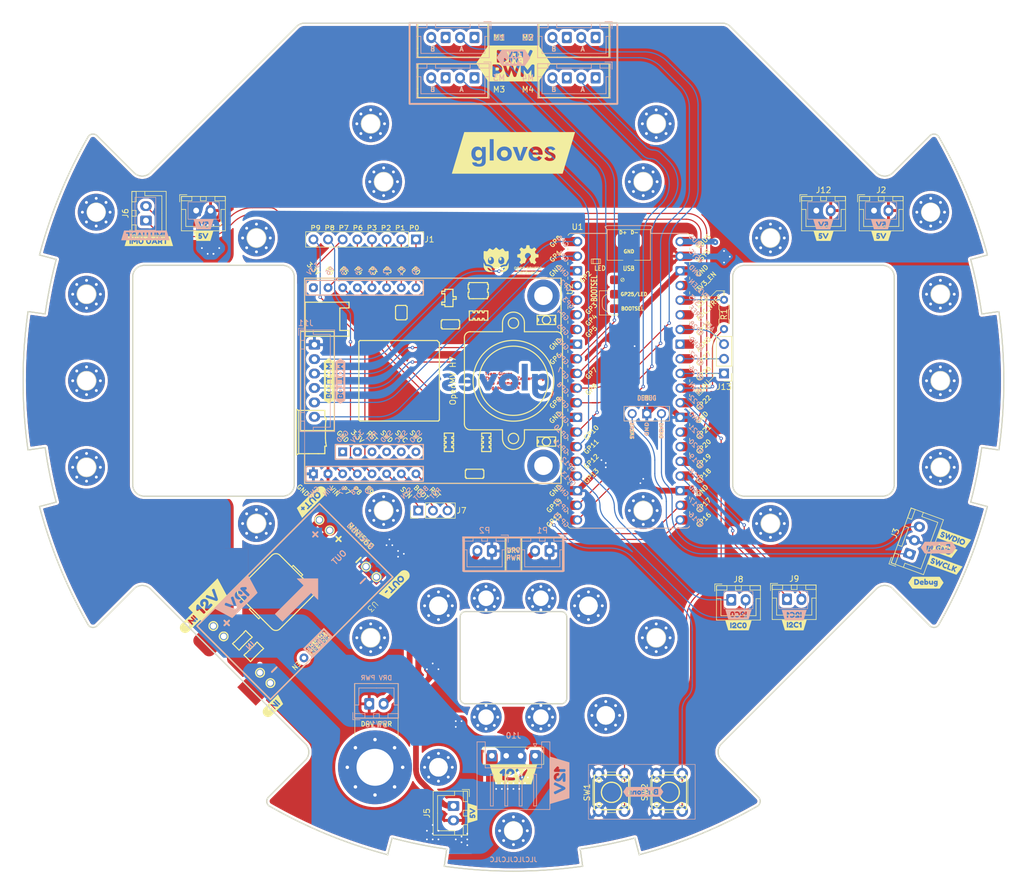
<source format=kicad_pcb>
(kicad_pcb (version 20240108) (generator "pcbnew") (generator_version "8.0")
  (title_block (title "Top Plate") (date "2024-06-15") (rev "1.0.0") (company "Zhou Yikun & Zachary Ang") (comment 1 "RoboCup Junior Soccer Open 2024"))
  (layers (0 "F.Cu" signal) (31 "B.Cu" signal) (34 "B.Paste" user) (35 "F.Paste" user) (36 "B.SilkS" user "B.Silkscreen") (37 "F.SilkS" user "F.Silkscreen") (38 "B.Mask" user) (39 "F.Mask" user) (44 "Edge.Cuts" user))
  (net 0 "")
  (net 1 "Net-(J1-Pin_6)")
  (net 2 "Net-(J1-Pin_2)")
  (net 3 "Net-(J1-Pin_1)")
  (net 4 "Net-(J1-Pin_5)")
  (net 5 "Net-(J1-Pin_7)")
  (net 6 "Net-(J1-Pin_8)")
  (net 7 "Net-(J1-Pin_3)")
  (net 8 "Net-(J1-Pin_4)")
  (net 9 "+5V")
  (net 10 "GND")
  (net 11 "Net-(J3-Pin_1)")
  (net 12 "Net-(J3-Pin_3)")
  (net 13 "Top-TX1-IMU-RX")
  (net 14 "Top-RX1-IMU-TX")
  (net 15 "Net-(J7-Pin_2)")
  (net 16 "Net-(J7-Pin_3)")
  (net 17 "Net-(J7-Pin_1)")
  (net 18 "I2C0-SCL")
  (net 19 "I2C0-SDA")
  (net 20 "I2C1-SCL")
  (net 21 "I2C1-SDA")
  (net 22 "+12V")
  (net 23 "GND1")
  (net 24 "Bottom-D2")
  (net 25 "Top-TX0-Bottom-RX")
  (net 26 "Bottom-D1")
  (net 27 "Bottom-D0")
  (net 28 "Top-RX0-Bottom-TX")
  (net 29 "GPIO26")
  (net 30 "GPIO27")
  (net 31 "GPIO28")
  (net 33 "PWM1A")
  (net 34 "PWM1B")
  (net 37 "PWM2A")
  (net 38 "PWM2B")
  (net 40 "PWM3A")
  (net 43 "PWM3B")
  (net 45 "PWM4A")
  (net 46 "PWM4B")
  (net 48 "MOTOR_DRV_PWR")
  (net 49 "Net-(U1-3V3)")
  (net 50 "Net-(U1-RUN)")
  (net 51 "Button1")
  (net 52 "Button2")
  (net 60 "Top-TX0-Cam-RX3")
  (net 61 "Top-RX0-Cam-TX3")
  (net 63 "unconnected-(U1-VBUS-Pad40)")
  (footprint "Connector_JST:JST_XH_B2B-XH-A_1x02_P2.50mm_Vertical" (layer "F.Cu") (at 137.75 137.975)
    (property "Reference" "J8")
    (property "Value" "I2C0-JST-XH-B2B")
  )
  (footprint "Connector_JST:JST_XH_B2B-XH-A_1x02_P2.50mm_Vertical" (layer "F.Cu") (at 162.5 70.5)
    (property "Reference" "J2")
    (property "Value" "5V-JST-XH-B2B")
  )
  (footprint "MountingHole:MountingHole_3.2mm_M3_Pad_Via" (layer "F.Cu") (at 26 115)
    (property "Reference" "H13" (hide yes))
    (property "Value" "MountingHole-M3")
  )
  (footprint "PorridgePi-Personal:OpenMV-H7" (layer "F.Cu") (at 83.1 100 -90)
    (property "Reference" "U2")
    (property "Value" "OpenMV-H7")
  )
  (footprint "kibuzzard-666B0E6A" (layer "F.Cu") (at 100 60.5)
    (property "Reference" "kibuzzard-666B0E6A" (hide yes))
    (property "Value" "G***" (hide yes))
  )
  (footprint "MountingHole:MountingHole_2.7mm_M2.5_Pad_Via" (layer "F.Cu") (at 95.25 158.3)
    (property "Reference" "H28" (hide yes))
    (property "Value" "MountingHole-M2.5")
  )
  (footprint "MountingHole:MountingHole_3.2mm_M3_Pad_Via" (layer "F.Cu") (at 26 85)
    (property "Reference" "H1" (hide yes))
    (property "Value" "MountingHole-M3")
  )
  (footprint "Connector_JST:JST_XH_B2B-XH-A_1x02_P2.50mm_Vertical" (layer "F.Cu") (at 147.413217 137.874728)
    (property "Reference" "J9")
    (property "Value" "I2C1-JST-XH-B2B")
  )
  (footprint "MountingHole:MountingHole_3.2mm_M3_Pad_Via" (layer "F.Cu") (at 144.547727 75.251263)
    (property "Reference" "H22" (hide yes))
    (property "Value" "MountingHole-M3")
  )
  (footprint "kibuzzard-666D6A28" (layer "F.Cu") (at 92.9 174.95 90)
    (property "Reference" "kibuzzard-666D6A28" (hide yes))
    (property "Value" "G***" (hide yes))
  )
  (footprint "Connector_JST:JST_XH_B2B-XH-A_1x02_P2.50mm_Vertical" (layer "F.Cu") (at 36.3 72.226252 90)
    (property "Reference" "J6")
    (property "Value" "IMU-UART-JST-XH-B2B")
  )
  (footprint "MountingHole:MountingHole_3.2mm_M3_Pad_Via" (layer "F.Cu") (at 55.452273 75.251263)
    (property "Reference" "H4" (hide yes))
    (property "Value" "MountingHole-M3")
  )
  (footprint "kibuzzard-666D6C87" (layer "F.Cu") (at 174.8 129.4 -20)
    (property "Reference" "kibuzzard-666D6C87" (hide yes))
    (property "Value" "G***" (hide yes))
  )
  (footprint "kibuzzard-666D6AFC" (layer "F.Cu") (at 100 168.25)
    (property "Reference" "kibuzzard-666D6AFC" (hide yes))
    (property "Value" "G***" (hide yes))
  )
  (footprint "MountingHole:MountingHole_3.2mm_M3_Pad_Via" (layer "F.Cu") (at 116 158)
    (property "Reference" "H12" (hide yes))
    (property "Value" "MountingHole-M3")
  )
  (footprint "Connector_PinHeader_2.54mm:PinHeader_1x08_P2.54mm_Vertical" (layer "F.Cu") (at 83.1 75.5 -90)
    (property "Reference" "J1")
    (property "Value" "Header-01x08")
  )
  (footprint "Button_Switch_THT:SW_PUSH_6mm" (layer "F.Cu") (at 124.750002 174.591199 90)
    (property "Reference" "SW2")
    (property "Value" "SW_Push")
  )
  (footprint "Connector_PinHeader_2.54mm:PinHeader_1x03_P2.54mm_Vertical" (layer "F.Cu") (at 83.5 122.5 90)
    (property "Reference" "J7")
    (property "Value" "Header-01x03")
  )
  (footprint "MountingHole:MountingHole_2.7mm_M2.5_Pad_Via" (layer "F.Cu") (at 104.75 137.7)
    (property "Reference" "H29" (hide yes))
    (property "Value" "MountingHole-M2.5")
  )
  (footprint "MountingHole:MountingHole_3.2mm_M3_Pad_Via" (layer "F.Cu") (at 122.5 65.5)
    (property "Reference" "H15" (hide yes))
    (property "Value" "MountingHole-M3")
  )
  (footprint "kibuzzard-666D6C3F" (layer "F.Cu") (at 148.663217 142.35)
    (property "Reference" "kibuzzard-666D6C3F" (hide yes))
    (property "Value" "G***" (hide yes))
  )
  (footprint "LOGO" (layer "F.Cu") (at 97 79)
    (property "Reference" "G***" (hide yes))
    (property "Value" "LOGO" (hide yes))
  )
  (footprint "PorridgePi-Personal:Raspberry-Pi-Pico" (layer "F.Cu") (at 111.1 75.87)
    (property "Reference" "U1")
    (property "Value" "Raspberry-Pi-Pico")
  )
  (footprint "kibuzzard-666D6C08" (layer "F.Cu") (at 139 142.4)
    (property "Reference" "kibuzzard-666D6C08" (hide yes))
    (property "Value" "G***" (hide yes))
  )
  (footprint "MountingHole:MountingHole_3.2mm_M3_Pad_Via" (layer "F.Cu") (at 124.748737 144.547727)
    (property "Reference" "H23" (hide yes))
    (property "Value" "MountingHole-M3")
  )
  (footprint "kibuzzard-666D7734" (layer "F.Cu") (at 68 100 90)
    (property "Reference" "kibuzzard-666D7734" (hide yes))
    (property "Value" "G***" (hide yes))
  )
  (footprint "kibuzzard-666D6C83" (layer "F.Cu") (at 176.4 127.4 -20)
    (property "Reference" "kibuzzard-666D6C83" (hide yes))
    (property "Value" "G***" (hide yes))
  )
  (footprint "kibuzzard-666D6A28" (layer "F.Cu") (at 163.75 74.9)
    (property "Reference" "kibuzzard-666D6A28" (hide yes))
    (property "Value" "G***" (hide yes))
  )
  (footprint "MountingHole:MountingHole_3.2mm_M3_Pad_Via" (layer "F.Cu") (at 55.452273 124.748737)
    (property "Reference" "H10" (hide yes))
    (property "Value" "MountingHole-M3")
  )
  (footprint "MountingHole:MountingHole_2.7mm_M2.5_Pad_Via" (layer "F.Cu") (at 95.25 137.7)
    (property "Reference" "H27" (hide yes))
    (property "Value" "MountingHole-M2.5")
  )
  (footprint "MountingHole:MountingHole_3.2mm_M3_Pad_Via" (layer "F.Cu") (at 75.251263 55.452273)
    (property "Reference" "H9" (hide yes))
    (property "Value" "MountingHole-M3")
  )
  (footprint "MountingHole:MountingHole_3.2mm_M3_Pad_Via" (layer "F.Cu") (at 87 167)
    (property "Reference" "H6" (hide yes))
    (property "Value" "MountingHole-M3")
  )
  (footprint "MountingHole:MountingHole_3.2mm_M3_Pad_Via" (layer "F.Cu") (at 77.5 65.5)
    (property "Reference" "H21" (hide yes))
    (property "Value" "MountingHole-M3")
  )
  (footprint "MountingHole:MountingHole_3.2mm_M3_Pad_Via" (layer "F.Cu") (at 26 100)
    (property "Reference" "H7" (hide yes))
    (property "Value" "MountingHole-M3")
  )
  (footprint "MountingHole:MountingHole_3.2mm_M3_Pad_Via" (layer "F.Cu") (at 174 100)
    (property "Reference" "H14" (hide yes))
    (property "Value" "MountingHole-M3")
  )
  (footprint "Connector_JST:JST_XH_B2B-XH-A_1x02_P2.50mm_Vertical" (layer "F.Cu") (at 152.5 70.5)
    (property "Reference" "J12")
    (property "Value" "5V-JST-XH-B2B")
  )
  (footprint "Connector_JST:JST_XH_B3B-XH-A_1x03_P2.50mm_Vertical" (layer "F.Cu") (at 168.65 130 70)
    (property "Reference" "J3")
    (property "Value" "Debug-JST-XH-B3B")
  )
  (footprint "kibuzzard-666D6D8F" (layer "F.Cu") (at 36.8 75.8)
    (property "Reference" "kibuzzard-666D6D8F" (hide yes))
    (property "Value" "G***" (hide yes))
  )
  (footprint "kibuzzard-666D6C77" (layer "F.Cu") (at 174.8 132 -20)
    (property "Reference" "kibuzzard-666D6C77" (hide yes))
    (property "Value" "G***" (hide yes))
  )
  (footprint "kibuzzard-666D6A28" (layer "F.Cu") (at 46.25 74.9)
    (property "Reference" "kibuzzard-666D6A28" (hide yes))
    (property "Value" "G***" (hide yes))
  )
  (footprint "Connector_PinHeader_2.54mm:PinHeader_1x03_P2.54mm_Vertical" (layer "F.Cu") (at 136.5 98.73 180)
    (property "Reference" "J13")
    (property "Value" "Header-01x03")
  )
  (footprint "PorridgePi-Personal:MINI560" (layer "F.Cu") (at 76.259885 134.024387 -135)
    (property "Reference" "U3")
    (property "Value" "MINI560 5V")
  )
  (footprint "MountingHole:MountingHole_3.2mm_M3_Pad_Via" (layer "F.Cu") (at 144.547727 124.748737)
    (property "Reference" "H16" (hide yes))
    (property "Value" "MountingHole-M3")
  )
  (footprint "MountingHole:MountingHole_3.2mm_M3_Pad_Via" (layer "F.Cu") (at 174 85)
    (property "Reference" "H8" (hide yes))
    (property "Value" "MountingHole-M3")
  )
  (footprint "Connector_JST:JST_XH_B2B-XH-A_1x02_P2.50mm_Vertical" (layer "F.Cu") (at 89.6 173.7 -90)
    (property "Reference" "J5")
    (property "Value" "5V-JST-XH-B2B")
  )
  (footprint "MountingHole:MountingHole_3.2mm_M3_Pad_Via" (layer "F.Cu") (at 77.5 122.5)
    (property "Reference" "H5" (hide yes))
    (property "Value" "MountingHole-M3")
  )
  (footprint "MountingHole:MountingHole_3.2mm_M3_Pad_Via" (layer "F.Cu") (at 172.320341 70.780686)
    (property "Reference" "H2" (hide yes))
    (property "Value" "MountingHole-M3")
  )
  (footprint "kibuzzard-666D6A28" (layer "F.Cu") (at 153.75 74.9)
    (property "Reference" "kibuzzard-666D6A28" (hide yes))
    (property "Value" "G***" (hide yes))
  )
  (footprint "PCM_Resistor_THT_AKL:R_Axial_DIN0204_L3.6mm_D1.6mm_P5.08mm_Horizontal" (layer "F.Cu") (at 136.5 91.04 90)
    (property "Reference" "R1")
    (property "Value" "R" (hide yes))
  )
  (footprint "MountingHole:MountingHole_3.2mm_M3_Pad_Via" (layer "F.Cu") (at 87 139)
    (property "Reference" "H25" (hide yes))
    (property "Value" "MountingHole-M3")
  )
  (footprint "MountingHole:MountingHole_3.2mm_M3_Pad_Via" (layer "F.Cu") (at 122.5 122.5)
    (property "Reference" "H11" (hide yes))
    (property "Value" "MountingHole-M3")
  )
  (footprint "MountingHole:MountingHole_3.2mm_M3_Pad_Via" (layer "F.Cu") (at 113 139)
    (property "Reference" "H26" (hide yes))
    (property "Value" "MountingHole-M3")
  )
  (footprint "MountingHole:MountingHole_3.2mm_M3_Pad_Via" (layer "F.Cu") (at 124.748737 55.452273)
    (property "Reference" "H3" (hide yes))
    (property "Value" "MountingHole-M3")
  )
  (footprint "MountingHole:MountingHole_2.7mm_M2.5_Pad_Via" (layer "F.Cu") (at 104.75 158.3)
    (property "Reference" "H30" (hide yes))
    (property "Value" "MountingHole-M2.5")
  )
  (footprint "kibuzzard-666D6FA1" (layer "F.Cu") (at 171.5 135)
    (property "Reference" "kibuzzard-666D6FA1" (hide yes))
    (property "Value" "G***" (hide yes))
  )
  (footprint "LOGO" (layer "F.Cu") (at 102.5 79)
    (property "Reference" "G***" (hide yes))
    (property "Value" "LOGO" (hide yes))
  )
  (footprint "MountingHole:MountingHole_6.4mm_M6_Pad_Via" (layer "F.Cu") (at 76 167)
    (property "Reference" "H24" (hide yes))
    (property "Value" "MountingHole-M6")
  )
  (footprint "MountingHole:MountingHole_3.2mm_M3_Pad_Via" (layer "F.Cu") (at 100 178)
    (property "Reference" "H18" (hide yes))
    (property "Value" "MountingHole-M3")
  )
  (footprint "MountingHole:MountingHole_3.2mm_M3_Pad_Via" (layer "F.Cu") (at 174 115)
    (property "Reference" "H20" (hide yes))
    (property "Value" "MountingHole-M3")
  )
  (footprint "kibuzzard-666D6EEA" (layer "F.Cu") (at 100 45)
    (property "Reference" "kibuzzard-666D6EEA" (hide yes))
    (property "Value" "G***" (hide yes))
  )
  (footprint "Connector_JST:JST_XH_B2B-XH-A_1x02_P2.50mm_Vertical" (layer "F.Cu") (at 45 70.5)
    (property "Reference" "J4" (hide yes))
    (property "Value" "5V-JST-XH-B2B")
  )
  (footprint "MountingHole:MountingHole_3.2mm_M3_Pad_Via" (layer "F.Cu") (at 27.679659 70.780686)
    (property "Reference" "H19" (hide yes))
    (property "Value" "MountingHole-M3")
  )
  (footprint "MountingHole:MountingHole_3.2mm_M3_Pad_Via" (layer "F.Cu") (at 75.251263 144.547727)
    (property "Reference" "H17" (hide yes))
    (property "Value" "MountingHole-M3")
  )
  (footprint "Button_Switch_THT:SW_PUSH_6mm" (layer "F.Cu") (at 114.75 174.591199 90)
    (property "Reference" "SW1")
    (property "Value" "SW_Push")
  )
  (footprint "kibuzzard-666D6B3A" (layer "F.Cu") (at 47.361089 138 45)
    (property "Reference" "kibuzzard-666D6B3A" (hide yes))
    (property "Value" "G***" (hide yes))
  )
  (footprint "kibuzzard-666D6C08" (layer "B.Cu") (at 139 140.5 180)
    (property "Reference" "kibuzzard-666D6C08" (hide yes))
    (property "Value" "G***" (hide yes))
  )
  (footprint "kibuzzard-666D6AFC" (layer "B.Cu") (at 52.25 137.75 -135)
    (property "Reference" "kibuzzard-666D6AFC" (hide yes))
    (property "Value" "G***" (hide yes))
  )
  (footprint "kibuzzard-666D7803" (layer "B.Cu") (at 122.5 171.25 180)
    (property "Reference" "kibuzzard-666D7803" (hide yes))
    (property "Value" "G***" (hide yes))
  )
  (footprint "Connector_JST:JST_XH_B2B-XH-A_1x02_P2.50mm_Vertical" (layer "B.Cu") (at 75 156)
    (property "Reference" "SW10")
    (property "Value" "MotorDriver-Power-SW-SPDT-XH-B2B")
  )
  (footprint "kibuzzard-666D6AFC" (layer "B.Cu") (at 108 169.25 -90)
    (property "Reference" "kibuzzard-666D6AFC" (hide yes))
    (property "Value" "G***" (hide yes))
  )
  (footprint "Connector_JST:JST_XH_B4B-XH-A_1x04_P2.50mm_Vertical" (layer "B.Cu") (at 93.25 47.5 180)
    (property "Reference" "M3")
    (property "Value" "MotorDriver2A-XH-B4B")
  )
  (footprint "Connector_JST:JST_XH_B6B-XH-A_1x06_P2.50mm_Vertical" (layer "B.Cu") (at 65.5 93.75 -90)
    (property "Reference" "J11")
    (property "Value" "JST-XH-B6B")
  )
  (footprint "kibuzzard-666D7734" (layer "B.Cu") (at 70 100.034153 90)
    (property "Reference" "kibuzzard-666D7734" (hide yes))
    (property "Value" "G***" (hide yes))
  )
  (footprint "Connector_JST:JST_XH_B2B-XH-A_1x02_P2.50mm_Vertical" (layer "B.Cu") (at 96.25 129.5 180)
    (property "Reference" "P2")
    (property "Value" "MotorDriver2-Power-XH-B2B")
  )
  (footprint "kibuzzard-666D6EB8" (layer "B.Cu") (at 100 44 180)
    (property "Reference" "kibuzzard-666D6EB8" (hide yes))
    (property "Value" "G***" (hide yes))
  )
  (footprint "Connector_JST:JST_XH_B2B-XH-A_1x02_P2.50mm_Vertical" (layer "B.Cu") (at 106.25 129.5 180)
    (property "Reference" "P1")
    (property "Value" "MotorDriver1-Power-XH-B2B")
  )
  (footprint "kibuzzard-666D6A28" (layer "B.Cu") (at 46.3 72.9 180)
    (property "Reference" "kibuzzard-666D6A28" (hide yes))
    (property "Value" "G***" (hide yes))
  )
  (footprint "LOGO" (layer "B.Cu") (at 97 100 180)
    (property "Reference" "G***" (hide yes))
    (property "Value" "LOGO" (hide yes))
  )
  (footprint "Connector_JST:JST_XH_B4B-XH-A_1x04_P2.50mm_Vertical" (layer "B.Cu") (at 93.25 40.5 180)
    (property "Reference" "M1")
    (property "Value" "MotorDriver1A-XH-B4B")
  )
  (footprint "Connector_JST:JST_XH_S4B-XH-A_1x04_P2.50mm_Horizontal" (layer "B.Cu") (at 103.75 165 180)
    (property "Reference" "J10")
    (property "Value" "JST-XH-S4B")
  )
  (footprint "kibuzzard-666D6C3F" (layer "B.Cu") (at 148.663217 140.624728 180)
    (property "Reference" "kibuzzard-666D6C3F" (hide yes))
    (property "Value" "G***" (hide yes))
  )
  (footprint "kibuzzard-666D6FA1" (layer "B.Cu") (at 173.664859 128.92433 180)
    (property "Reference" "kibuzzard-666D6FA1" (hide yes))
    (property "Value" "G***" (hide yes))
  )
  (footprint "kibuzzard-666D6D8F" (layer "B.Cu") (at 36.2 74.8 180)
    (property "Reference" "kibuzzard-666D6D8F" (hide yes))
    (property "Value" "G***" (hide yes))
  )
  (footprint "Connector_JST:JST_XH_B4B-XH-A_1x04_P2.50mm_Vertical" (layer "B.Cu") (at 114.25 47.5 180)
    (property "Reference" "M4")
    (property "Value" "MotorDriver2B-XH-B4B")
  )
  (footprint "Connector_JST:JST_XH_B4B-XH-A_1x04_P2.50mm_Vertical" (layer "B.Cu") (at 114.25 40.5 180)
    (property "Reference" "M2")
    (property "Value" "MotorDriver1B-XH-B4B")
  )
  (footprint "kibuzzard-666D6A28" (layer "B.Cu") (at 163.7 72.9 180)
    (property "Reference" "kibuzzard-666D6A28" (hide yes))
    (property "Value" "G***" (hide yes))
  )
  (footprint "kibuzzard-666D6A28" (layer "B.Cu") (at 153.7 72.9 180)
    (property "Reference" "kibuzzard-666D6A28" (hide yes))
    (property "Value" "G***" (hide yes))
  )
  (footprint "LOGO" (layer "B.Cu") (at 97 100 180)
    (property "Reference" "G***" (hide yes))
    (property "Value" "LOGO" (hide yes))
  )
  (gr_rect (start 43.6 69) (end 49 72) (stroke (width 0.1)) (fill none) (layer "B.SilkS"))
  (gr_rect (start 161 69) (end 166.4 72) (stroke (width 0.1)) (fill none) (layer "B.SilkS"))
  (gr_rect (start 34.402869 68.2) (end 38 73.902732) (stroke (width 0.1)) (fill none) (layer "B.SilkS"))
  (gr_rect (start 82 38) (end 118 52) (stroke (width 0.3)) (fill none) (layer "B.SilkS"))
  (gr_rect (start 136.5 136.5) (end 141.5 139.5) (stroke (width 0.1)) (fill none) (layer "B.SilkS"))
  (gr_rect (start 146 136.5) (end 151 139.5) (stroke (width 0.1)) (fill none) (layer "B.SilkS"))
  (gr_rect (start 91.4132 127.158) (end 108.5868 133) (stroke (width 0.3)) (fill none) (layer "B.SilkS"))
  (gr_rect (start 113 166.5) (end 131.5 176) (stroke (width 0.1)) (fill none) (layer "B.SilkS"))
  (gr_rect (start 151 69) (end 156.4 72) (stroke (width 0.1)) (fill none) (layer "B.SilkS"))
  (gr_circle (center 87 139) (end 88.5 139) (stroke (width 0.2)) (fill none) (layer "F.SilkS"))
  (gr_circle (center 119.150002 173.491199) (end 119.550002 173.491199) (stroke (width 0.2)) (fill none) (layer "F.SilkS"))
  (gr_line (start 27.827107 142.474408) (end 34.239068 136.062447) (stroke (width 0.2)) (layer "F.SilkS"))
  (gr_line (start 162.932506 63.937556) (end 137.575484 38.580534) (stroke (width 0.2)) (layer "F.SilkS"))
  (gr_line (start 84.8737 50.921187) (end 85.171551 50.921187) (stroke (width 0.2)) (layer "F.SilkS"))
  (gr_line (start 140 120) (end 164 120) (stroke (width 0.2)) (layer "F.SilkS"))
  (gr_line (start 34.239071 63.937556) (end 27.827115 57.5256) (stroke (width 0.2)) (layer "F.SilkS"))
  (gr_line (start 91.4132 127.171393) (end 91.4132 131.489393) (stroke (width 0.2)) (layer "F.SilkS"))
  (gr_line (start 116.000002 168.341199) (end 114.1 168.341199) (stroke (width 0.2)) (layer "F.SilkS"))
  (gr_arc (start 63.937525 162.932475) (mid 64.523316 164.346712) (end 63.937524 165.760925) (stroke (width 0.2)) (layer "F.SilkS"))
  (gr_line (start 63.098639 91.454227) (end 63.098639 92.914727) (stroke (width 0.2)) (layer "F.SilkS"))
  (gr_circle (center 47.975613 142.509668) (end 48.725613 142.509668) (stroke (width 0.2)) (fill none) (layer "F.SilkS"))
  (gr_circle (center 129.150002 173.491199) (end 129.550002 173.491199) (stroke (width 0.2)) (fill none) (layer "F.SilkS"))
  (gr_line (start 162.925547 63.930597) (end 137.580736 38.585786) (stroke (width 0.2)) (layer "F.SilkS"))
  (gr_circle (center 116 158) (end 117.5 158) (stroke (width 0.2)) (fill none) (layer "F.SilkS"))
  (gr_arc (start 26.252389 57.735477) (mid 26.987895 57.241475) (end 27.827115 57.5256) (stroke (width 0.2)) (layer "F.SilkS"))
  (gr_line (start 182.157013 121.799657) (end 179.257357 121.030258) (stroke (width 0.2)) (layer "F.SilkS"))
  (gr_arc (start 78.200343 182.157012) (mid 67.693123 178.621026) (end 57.735477 173.747611) (stroke (width 0.2)) (layer "F.SilkS"))
  (gr_line (start 184.148677 88) (end 181.178727 88.423529) (stroke (width 0.2)) (layer "F.SilkS"))
  (gr_line (start 63.809839 108.627827) (end 64.622639 108.627827) (stroke (width 0.2)) (layer "F.SilkS"))
  (gr_line (start 17.842987 78.200344) (end 20.742647 78.969744) (stroke (width 0.2)) (layer "F.SilkS"))
  (gr_line (start 116.5868 50.209987) (end 116.5868 49.397187) (stroke (width 0.2)) (layer "F.SilkS"))
  (gr_line (start 83.4132 38.079187) (end 83.4132 42.397187) (stroke (width 0.2)) (layer "F.SilkS"))
  (gr_circle (center 174 85) (end 175.6 85) (stroke (width 0.2)) (fill none) (layer "F.SilkS"))
  (gr_circle (center 144.547727 75.251263) (end 146.147727 75.251263) (stroke (width 0.2)) (fill none) (layer "F.SilkS"))
  (gr_circle (center 104.75 137.7) (end 105.8 137.7) (stroke (width 0.2)) (fill none) (layer "F.SilkS"))
  (gr_line (start 138 82) (end 138 118) (stroke (width 0.2)) (layer "F.SilkS"))
  (gr_line (start 95.5868 38.079187) (end 83.4132 38.079187) (stroke (width 0.2)) (layer "F.SilkS"))
  (gr_line (start 34 82) (end 34 118) (stroke (width 0.2)) (layer "F.SilkS"))
  (gr_line (start 83.4132 43.921187) (end 84.8737 43.921187) (stroke (width 0.2)) (layer "F.SilkS"))
  (gr_line (start 138 118) (end 138 82) (stroke (width 0.2)) (layer "F.SilkS"))
  (gr_arc (start 114.1 174.341199) (mid 114.02929 174.31191) (end 114.000002 174.2412) (stroke (width 0.2)) (layer "F.SilkS"))
  (gr_arc (start 57.735477 173.747611) (mid 57.241475 173.012105) (end 57.5256 172.172885) (stroke (width 0.2)) (layer "F.SilkS"))
  (gr_circle (center 76 167) (end 79 167) (stroke (width 0.2)) (fill none) (layer "F.SilkS"))
  (gr_arc (start 120.000002 174.2412) (mid 119.970713 174.311911) (end 119.9 174.341199) (stroke (width 0.2)) (layer "F.SilkS"))
  (gr_arc (start 164 80) (mid 165.414214 80.585786) (end 166 82) (stroke (width 0.2)) (layer "F.SilkS"))
  (gr_circle (center 114.850002 173.491199) (end 115.250002 173.491199) (stroke (width 0.2)) (fill none) (layer "F.SilkS"))
  (gr_line (start 134 98.8) (end 134.4 98.8) (stroke (width 0.1)) (layer "F.SilkS"))
  (gr_arc (start 181.178724 111.576471) (mid 180.357185 116.331644) (end 179.257352 121.030256) (stroke (width 0.2)) (layer "F.SilkS"))
  (gr_line (start 63.937524 165.760925) (end 63.937542 165.760943) (stroke (width 0.2)) (layer "F.SilkS"))
  (gr_line (start 15.851323 112) (end 18.821279 111.57647) (stroke (width 0.2)) (layer "F.SilkS"))
  (gr_line (start 95.5868 49.397187) (end 95.5868 45.079187) (stroke (width 0.2)) (layer "F.SilkS"))
  (gr_arc (start 15.851323 112) (mid 15 100) (end 15.851324 88) (stroke (width 0.2)) (layer "F.SilkS"))
  (gr_line (start 57.875108 155.23759) (end 45.147186 142.509668) (stroke (width 0.2)) (layer "F.SilkS"))
  (gr_circle (center 87 167) (end 88.5 167) (stroke (width 0.2)) (fill none) (layer "F.SilkS"))
  (gr_line (start 108.5868 133.013393) (end 108.5868 132.302193) (stroke (width 0.2)) (layer "F.SilkS"))
  (gr_line (start 136.1665 38) (end 63.833478 38) (stroke (width 0.2)) (layer "F.SilkS"))
  (gr_arc (start 90.75 141) (mid 91.042893 140.292893) (end 91.75 140) (stroke (width 0.2)) (layer "F.SilkS"))
  (gr_circle (center 116 158) (end 117.5 158) (stroke (width 0.2)) (fill none) (layer "F.SilkS"))
  (gr_arc (start 166 118) (mid 165.414214 119.414214) (end 164 120) (stroke (width 0.2)) (layer "F.SilkS"))
  (gr_arc (start 34 82) (mid 34.585786 80.585786) (end 36 80) (stroke (width 0.2)) (layer "F.SilkS"))
  (gr_line (start 101.4132 127.171393) (end 101.4132 131.489393) (stroke (width 0.2)) (layer "F.SilkS"))
  (gr_arc (start 26.252389 142.264523) (mid 21.378974 132.306877) (end 17.842988 121.799657) (stroke (width 0.2)) (layer "F.SilkS"))
  (gr_arc (start 165.760929 63.937556) (mid 164.346718 64.523341) (end 162.925547 63.930597) (stroke (width 0.2)) (layer "F.SilkS"))
  (gr_arc (start 63.937525 162.932475) (mid 64.523316 164.346712) (end 63.937524 165.760925) (stroke (width 0.2)) (layer "F.SilkS"))
  (gr_line (start 136.4 85.2) (end 136.6 85.2) (stroke (width 0.1)) (layer "F.SilkS"))
  (gr_arc (start 114.1 174.341199) (mid 114.02929 174.31191) (end 114.000002 174.2412) (stroke (width 0.2)) (layer "F.SilkS"))
  (gr_line (start 116.5868 43.209987) (end 116.5868 42.397187) (stroke (width 0.2)) (layer "F.SilkS"))
  (gr_line (start 114.828449 43.921187) (end 115.1263 43.921187) (stroke (width 0.2)) (layer "F.SilkS"))
  (gr_arc (start 138 82) (mid 138.585786 80.585786) (end 140 80) (stroke (width 0.2)) (layer "F.SilkS"))
  (gr_circle (center 77.5 122.5) (end 79.1 122.5) (stroke (width 0.2)) (fill none) (layer "F.SilkS"))
  (gr_arc (start 172.172893 57.525592) (mid 173.012106 57.241463) (end 173.747611 57.735477) (stroke (width 0.2)) (layer "F.SilkS"))
  (gr_line (start 116.000002 174.341199) (end 118.000002 174.341199) (stroke (width 0.2)) (layer "F.SilkS"))
  (gr_line (start 114.828449 50.921187) (end 115.1263 50.921187) (stroke (width 0.2)) (layer "F.SilkS"))
  (gr_arc (start 114.000002 168.4412) (mid 114.029292 168.37049) (end 114.1 168.341199) (stroke (width 0.2)) (layer "F.SilkS"))
  (gr_line (start 95.5868 50.921187) (end 95.5868 50.209987) (stroke (width 0.2)) (layer "F.SilkS"))
  (gr_line (start 101.4132 131.489393) (end 101.4132 132.302193) (stroke (width 0.2)) (layer "F.SilkS"))
  (gr_line (start 109.25 141) (end 109.25 155) (stroke (width 0.2)) (layer "F.SilkS"))
  (gr_line (start 63.937542 165.760943) (end 57.5256 172.172885) (stroke (width 0.2)) (layer "F.SilkS"))
  (gr_line (start 134 100.8) (end 134.2 100.6) (stroke (width 0.1)) (layer "F.SilkS"))
  (gr_circle (center 100 178) (end 101.55 178) (stroke (width 0.2)) (fill none) (layer "F.SilkS"))
  (gr_line (start 83.4132 43.209987) (end 83.4132 43.921187) (stroke (width 0.2)) (layer "F.SilkS"))
  (gr_arc (start 90.75 141) (mid 91.042893 140.292893) (end 91.75 140) (stroke (width 0.2)) (layer "F.SilkS"))
  (gr_arc (start 17.842987 78.200344) (mid 21.378974 67.693123) (end 26.252389 57.735477) (stroke (width 0.2)) (layer "F.SilkS"))
  (gr_line (start 106.171551 43.921187) (end 107.6263 43.921187) (stroke (width 0.2)) (layer "F.SilkS"))
  (gr_arc (start 109.25 155) (mid 108.957107 155.707107) (end 108.25 156) (stroke (width 0.2)) (layer "F.SilkS"))
  (gr_line (start 91.75 140) (end 108.25 140) (stroke (width 0.2)) (layer "F.SilkS"))
  (gr_line (start 91.4132 131.489393) (end 91.4132 132.302193) (stroke (width 0.2)) (layer "F.SilkS"))
  (gr_circle (center 75.251263 55.452273) (end 76.851263 55.452273) (stroke (width 0.2)) (fill none) (layer "F.SilkS"))
  (gr_line (start 34.239075 63.937524) (end 34.239057 63.937542) (stroke (width 0.2)) (layer "F.SilkS"))
  (gr_line (start 181.178724 111.576471) (end 184.148676 112) (stroke (width 0.2)) (layer "F.SilkS"))
  (gr_circle (center 26 115) (end 27.6 115) (stroke (width 0.2)) (fill none) (layer "F.SilkS"))
  (gr_arc (start 162.932504 136.062446) (mid 164.346718 135.476659) (end 165.760931 136.062446) (stroke (width 0.2)) (layer "F.SilkS"))
  (gr_arc (start 136.1665 38) (mid 136.931884 38.152248) (end 137.575484 38.580534) (stroke (width 0.2)) (layer "F.SilkS"))
  (gr_arc (start 62.419275 38.585775) (mid 63.06811 38.152233) (end 63.833478 38) (stroke (width 0.2)) (layer "F.SilkS"))
  (gr_line (start 113.3737 50.921187) (end 114.828449 50.921187) (stroke (width 0.2)) (layer "F.SilkS"))
  (gr_arc (start 62 118) (mid 61.414214 119.414214) (end 60 120) (stroke (width 0.2)) (layer "F.SilkS"))
  (gr_rect (start 94.75 163.5) (end 105.25 166.5) (stroke (width 0.1)) (fill none) (layer "F.SilkS"))
  (gr_line (start 136.069403 162.925547) (end 162.932504 136.062446) (stroke (width 0.2)) (layer "F.SilkS"))
  (gr_line (start 108.5868 132.302193) (end 108.5868 131.489393) (stroke (width 0.2)) (layer "F.SilkS"))
  (gr_line (start 107.6263 50.921187) (end 113.3737 50.921187) (stroke (width 0.2)) (layer "F.SilkS"))
  (gr_line (start 83.4132 50.921187) (end 84.8737 50.921187) (stroke (width 0.2)) (layer "F.SilkS"))
  (gr_circle (center 26 115) (end 27.6 115) (stroke (width 0.2)) (fill none) (layer "F.SilkS"))
  (gr_circle (center 113 139) (end 114.5 139) (stroke (width 0.2)) (fill none) (layer "F.SilkS"))
  (gr_line (start 166 82) (end 166 118) (stroke (width 0.2)) (layer "F.SilkS"))
  (gr_arc (start 164 80) (mid 165.414214 80.585786) (end 166 82) (stroke (width 0.2)) (layer "F.SilkS"))
  (gr_arc (start 108.25 140) (mid 108.957107 140.292893) (end 109.25 141) (stroke (width 0.2)) (layer "F.SilkS"))
  (gr_line (start 72.5 158.5) (end 72.5 161.5) (stroke (width 0.1)) (layer "F.SilkS"))
  (gr_circle (center 100 178) (end 101.55 178) (stroke (width 0.2)) (fill none) (layer "F.SilkS"))
  (gr_line (start 92.3737 43.921187) (end 93.828449 43.921187) (stroke (width 0.2)) (layer "F.SilkS"))
  (gr_arc (start 162.932504 136.062446) (mid 164.346718 135.476659) (end 165.760931 136.062446) (stroke (width 0.2)) (layer "F.SilkS"))
  (gr_circle (center 55.452273 75.251263) (end 57.052273 75.251263) (stroke (width 0.2)) (fill none) (layer "F.SilkS"))
  (gr_circle (center 26 100) (end 27.6 100) (stroke (width 0.2)) (fill none) (layer "F.SilkS"))
  (gr_rect (start 82 38) (end 118 52) (stroke (width 0.3)) (fill none) (layer "F.SilkS"))
  (gr_line (start 60 120) (end 36 120) (stroke (width 0.2)) (layer "F.SilkS"))
  (gr_arc (start 120.000002 174.2412) (mid 119.970713 174.311911) (end 119.9 174.341199) (stroke (width 0.2)) (layer "F.SilkS"))
  (gr_line (start 78.200344 182.157012) (end 78.969744 179.257355) (stroke (width 0.2)) (layer "F.SilkS"))
  (gr_circle (center 174 115) (end 175.6 115) (stroke (width 0.2)) (fill none) (layer "F.SilkS"))
  (gr_circle (center 127.000002 171.341199) (end 128.750002 171.341199) (stroke (width 0.2)) (fill none) (layer "F.SilkS"))
  (gr_line (start 62.419275 38.585775) (end 37.067494 63.937556) (stroke (width 0.2)) (layer "F.SilkS"))
  (gr_line (start 129.9 168.341199) (end 124.1 168.341199) (stroke (width 0.2)) (layer "F.SilkS"))
  (gr_line (start 88.423529 181.178724) (end 88.000001 184.148675) (stroke (width 0.2)) (layer "F.SilkS"))
  (gr_line (start 116.5868 42.397187) (end 116.5868 38.079187) (stroke (width 0.2)) (layer "F.SilkS"))
  (gr_line (start 63.937524 165.760925) (end 63.937542 165.760943) (stroke (width 0.2)) (layer "F.SilkS"))
  (gr_circle (center 75.251263 55.452273) (end 76.851263 55.452273) (stroke (width 0.2)) (fill none) (layer "F.SilkS"))
  (gr_line (start 104.4132 42.397187) (end 104.4132 43.209987) (stroke (width 0.2)) (layer "F.SilkS"))
  (gr_line (start 93.828449 43.921187) (end 94.1263 43.921187) (stroke (width 0.2)) (layer "F.SilkS"))
  (gr_circle (center 95.25 137.7) (end 96.3 137.7) (stroke (width 0.2)) (fill none) (layer "F.SilkS"))
  (gr_line (start 182.157012 121.799657) (end 179.257352 121.030256) (stroke (width 0.2)) (layer "F.SilkS"))
  (gr_arc (start 184.148677 88) (mid 185 100) (end 184.148677 112) (stroke (width 0.2)) (layer "F.SilkS"))
  (gr_line (start 90.75 155) (end 90.75 141) (stroke (width 0.2)) (layer "F.SilkS"))
  (gr_arc (start 166 118) (mid 165.414214 119.414214) (end 164 120) (stroke (width 0.2)) (layer "F.SilkS"))
  (gr_line (start 124.1 174.341199) (end 129.9 174.341199) (stroke (width 0.2)) (layer "F.SilkS"))
  (gr_circle (center 144.547727 124.748737) (end 146.147727 124.748737) (stroke (width 0.2)) (fill none) (layer "F.SilkS"))
  (gr_line (start 133.8 85.8) (end 135.2 84.4) (stroke (width 0.1)) (layer "F.SilkS"))
  (gr_line (start 120.000002 174.2412) (end 120.000002 168.4412) (stroke (width 0.2)) (layer "F.SilkS"))
  (gr_line (start 64.622639 108.627827) (end 68.940639 108.627827) (stroke (width 0.2)) (layer "F.SilkS"))
  (gr_line (start 114.000002 168.4412) (end 114.000002 174.2412) (stroke (width 0.2)) (layer "F.SilkS"))
  (gr_circle (center 124.850002 173.491199) (end 125.250002 173.491199) (stroke (width 0.2)) (fill none) (layer "F.SilkS"))
  (gr_arc (start 173.747611 142.264523) (mid 173.012105 142.758525) (end 172.172885 142.4744) (stroke (width 0.2)) (layer "F.SilkS"))
  (gr_arc (start 27.827107 142.474408) (mid 26.987894 142.758537) (end 26.252389 142.264523) (stroke (width 0.2)) (layer "F.SilkS"))
  (gr_line (start 116.5868 38.079187) (end 104.4132 38.079187) (stroke (width 0.2)) (layer "F.SilkS"))
  (gr_arc (start 26.252389 142.264523) (mid 21.378974 132.306877) (end 17.842988 121.799657) (stroke (width 0.2)) (layer "F.SilkS"))
  (gr_line (start 181.178724 111.576471) (end 184.148677 112) (stroke (width 0.2)) (layer "F.SilkS"))
  (gr_line (start 62 118) (end 62 82) (stroke (width 0.2)) (layer "F.SilkS"))
  (gr_circle (center 174 100) (end 175.6 100) (stroke (width 0.2)) (fill none) (layer "F.SilkS"))
  (gr_line (start 91.75 156) (end 108.25 156) (stroke (width 0.2)) (layer "F.SilkS"))
  (gr_arc (start 124.000002 168.4412) (mid 124.029292 168.37049) (end 124.1 168.341199) (stroke (width 0.2)) (layer "F.SilkS"))
  (gr_line (start 134.6 92.4) (end 135.6 91.4) (stroke (width 0.1)) (layer "F.SilkS"))
  (gr_line (start 142.474408 172.172893) (end 136.062457 165.760942) (stroke (width 0.2)) (layer "F.SilkS"))
  (gr_line (start 104.4132 45.079187) (end 104.4132 49.397187) (stroke (width 0.2)) (layer "F.SilkS"))
  (gr_line (start 108.25 156) (end 91.75 156) (stroke (width 0.2)) (layer "F.SilkS"))
  (gr_line (start 103.171551 133.013393) (end 106.828449 133.013393) (stroke (width 0.2)) (layer "F.SilkS"))
  (gr_line (start 131.4 101.8) (end 132.2 102.6) (stroke (width 0.1)) (layer "F.SilkS"))
  (gr_line (start 80 158.5) (end 80 162) (stroke (width 0.1)) (layer "F.SilkS"))
  (gr_arc (start 179.257354 78.969743) (mid 180.357187 83.668356) (end 181.178727 88.423529) (stroke (width 0.2)) (layer "F.SilkS"))
  (gr_circle (center 26 100) (end 27.6 100) (stroke (width 0.2)) (fill none) (layer "F.SilkS"))
  (gr_line (start 85.171551 43.921187) (end 86.6263 43.921187) (stroke (width 0.2)) (layer "F.SilkS"))
  (gr_line (start 136.1665 38) (end 63.833478 38) (stroke (width 0.2)) (layer "F.SilkS"))
  (gr_line (start 91.4132 132.302193) (end 91.4132 133.013393) (stroke (width 0.2)) (layer "F.SilkS"))
  (gr_circle (center 77.5 65.5) (end 79.1 65.5) (stroke (width 0.2)) (fill none) (layer "F.SilkS"))
  (gr_arc (start 27.827107 142.474408) (mid 26.987894 142.758537) (end 26.252389 142.264523) (stroke (width 0.2)) (layer "F.SilkS"))
  (gr_circle (center 144.547727 75.251263) (end 146.147727 75.251263) (stroke (width 0.2)) (fill none) (layer "F.SilkS"))
  (gr_arc (start 172.172893 57.525592) (mid 173.012106 57.241463) (end 173.747611 57.735477) (stroke (width 0.2)) (layer "F.SilkS"))
  (gr_circle (center 172.320341 70.780686) (end 173.870341 70.780686) (stroke (width 0.2)) (fill none) (layer "F.SilkS"))
  (gr_circle (center 26 85) (end 27.6 85) (stroke (width 0.2)) (fill none) (layer "F.SilkS"))
  (gr_arc (start 91.75 156) (mid 91.042893 155.707107) (end 90.75 155) (stroke (width 0.2)) (layer "F.SilkS"))
  (gr_line (start 134 85.6) (end 133.2 84.8) (stroke (width 0.1)) (layer "F.SilkS"))
  (gr_line (start 115.1263 43.921187) (end 116.5868 43.921187) (stroke (width 0.2)) (layer "F.SilkS"))
  (gr_line (start 135.8 93) (end 135.4 92.6) (stroke (width 0.1)) (layer "F.SilkS"))
  (gr_circle (center 26 85) (end 27.6 85) (stroke (width 0.2)) (fill none) (layer "F.SilkS"))
  (gr_line (start 37.067496 136.062446) (end 63.937525 162.932475) (stroke (width 0.2)) (layer "F.SilkS"))
  (gr_line (start 107.1263 133.013393) (end 108.5868 133.013393) (stroke (width 0.2)) (layer "F.SilkS"))
  (gr_line (start 109.25 155) (end 109.25 141) (stroke (width 0.2)) (layer "F.SilkS"))
  (gr_line (start 95.5868 45.079187) (end 83.4132 45.079187) (stroke (width 0.2)) (layer "F.SilkS"))
  (gr_circle (center 144.547727 124.748737) (end 146.147727 124.748737) (stroke (width 0.2)) (fill none) (layer "F.SilkS"))
  (gr_line (start 172.172893 57.525592) (end 165.760929 63.937556) (stroke (width 0.2)) (layer "F.SilkS"))
  (gr_circle (center 174 100) (end 175.6 100) (stroke (width 0.2)) (fill none) (layer "F.SilkS"))
  (gr_line (start 63.098639 106.869476) (end 63.098639 107.167327) (stroke (width 0.2)) (layer "F.SilkS"))
  (gr_line (start 68.940639 91.454227) (end 64.622639 91.454227) (stroke (width 0.2)) (layer "F.SilkS"))
  (gr_line (start 165.760931 136.062446) (end 172.172885 142.4744) (stroke (width 0.2)) (layer "F.SilkS"))
  (gr_line (start 63.098639 94.667327) (end 63.098639 105.414727) (stroke (width 0.2)) (layer "F.SilkS"))
  (gr_circle (center 76.259885 134.024387) (end 77.009885 134.024387) (stroke (width 0.2)) (fill none) (layer "F.SilkS"))
  (gr_line (start 62 82) (end 62 118) (stroke (width 0.2)) (layer "F.SilkS"))
  (gr_line (start 164 120) (end 140 120) (stroke (width 0.2)) (layer "F.SilkS"))
  (gr_arc (start 109.25 155) (mid 108.957107 155.707107) (end 108.25 156) (stroke (width 0.2)) (layer "F.SilkS"))
  (gr_line (start 116.5868 43.921187) (end 116.5868 43.209987) (stroke (width 0.2)) (layer "F.SilkS"))
  (gr_arc (start 184.148677 88) (mid 185 100) (end 184.148676 112) (stroke (width 0.2)) (layer "F.SilkS"))
  (gr_line (start 97.1263 133.013393) (end 98.5868 133.013393) (stroke (width 0.2)) (layer "F.SilkS"))
  (gr_circle (center 104.75 137.7) (end 105.8 137.7) (stroke (width 0.2)) (fill none) (layer "F.SilkS"))
  (gr_line (start 134.2 100.6) (end 133.4 99.8) (stroke (width 0.1)) (layer "F.SilkS"))
  (gr_circle (center 129.150002 169.191199) (end 129.550002 169.191199) (stroke (width 0.2)) (fill none) (layer "F.SilkS"))
  (gr_arc (start 181.178724 111.576471) (mid 180.357185 116.331644) (end 179.257357 121.030258) (stroke (width 0.2)) (layer "F.SilkS"))
  (gr_circle (center 124.850002 169.191199) (end 125.250002 169.191199) (stroke (width 0.2)) (fill none) (layer "F.SilkS"))
  (gr_line (start 92.3737 50.921187) (end 93.828449 50.921187) (stroke (width 0.2)) (layer "F.SilkS"))
  (gr_line (start 88.42353 181.178724) (end 88 184.148672) (stroke (width 0.2)) (layer "F.SilkS"))
  (gr_circle (center 122.5 65.5) (end 124.1 65.5) (stroke (width 0.2)) (fill none) (layer "F.SilkS"))
  (gr_arc (start 140 120) (mid 138.585786 119.414214) (end 138 118) (stroke (width 0.2)) (layer "F.SilkS"))
  (gr_line (start 63.937542 165.760943) (end 57.5256 172.172885) (stroke (width 0.2)) (layer "F.SilkS"))
  (gr_line (start 18.821275 88.423529) (end 15.851324 88) (stroke (width 0.2)) (layer "F.SilkS"))
  (gr_line (start 134.8 96.2) (end 135.4 96.2) (stroke (width 0.1)) (layer "F.SilkS"))
  (gr_line (start 136.4 84.4) (end 136.4 85.2) (stroke (width 0.1)) (layer "F.SilkS"))
  (gr_line (start 142.474408 172.172893) (end 136.062457 165.760942) (stroke (width 0.2)) (layer "F.SilkS"))
  (gr_line (start 94.1263 43.921187) (end 95.5868 43.921187) (stroke (width 0.2)) (layer "F.SilkS"))
  (gr_arc (start 60 80) (mid 61.414214 80.585786) (end 62 82) (stroke (width 0.2)) (layer "F.SilkS"))
  (gr_line (start 124.000002 168.4412) (end 124.000002 174.2412) (stroke (width 0.2)) (layer "F.SilkS"))
  (gr_circle (center 75.251263 144.547727) (end 76.851263 144.547727) (stroke (width 0.2)) (fill none) (layer "F.SilkS"))
  (gr_line (start 136.6 84.4) (end 136.4 84.4) (stroke (width 0.1)) (layer "F.SilkS"))
  (gr_line (start 140 80) (end 164 80) (stroke (width 0.2)) (layer "F.SilkS"))
  (gr_arc (start 136.062457 165.760942) (mid 135.476659 164.346712) (end 136.069403 162.925547) (stroke (width 0.2)) (layer "F.SilkS"))
  (gr_line (start 131.4 86.6) (end 132.2 87.4) (stroke (width 0.1)) (layer "F.SilkS"))
  (gr_arc (start 121.030256 179.257353) (mid 116.331644 180.357187) (end 111.576471 181.178727) (stroke (width 0.2)) (layer "F.SilkS"))
  (gr_line (start 112 184.148677) (end 111.576471 181.178727) (stroke (width 0.2)) (layer "F.SilkS"))
  (gr_arc (start 112 184.148677) (mid 100 185) (end 88.000001 184.148675) (stroke (width 0.2)) (layer "F.SilkS"))
  (gr_circle (center 68.156441 125.920943) (end 68.906441 125.920943) (stroke (width 0.2)) (fill none) (layer "F.SilkS"))
  (gr_arc (start 18.821275 88.423529) (mid 19.642815 83.668356) (end 20.742648 78.969743) (stroke (width 0.2)) (layer "F.SilkS"))
  (gr_arc (start 37.067525 63.937525) (mid 35.653283 64.523341) (end 34.239071 63.937556) (stroke (width 0.2)) (layer "F.SilkS"))
  (gr_circle (center 122.5 65.5) (end 124.1 65.5) (stroke (width 0.2)) (fill none) (layer "F.SilkS"))
  (gr_line (start 93.828449 50.921187) (end 94.1263 50.921187) (stroke (width 0.2)) (layer "F.SilkS"))
  (gr_line (start 20.742646 121.030257) (end 17.842988 121.799657) (stroke (width 0.2)) (layer "F.SilkS"))
  (gr_line (start 136.069403 162.925547) (end 162.932504 136.062446) (stroke (width 0.2)) (layer "F.SilkS"))
  (gr_arc (start 57.735477 173.747611) (mid 57.241475 173.012105) (end 57.5256 172.172885) (stroke (width 0.2)) (layer "F.SilkS"))
  (gr_line (start 86.6263 50.921187) (end 92.3737 50.921187) (stroke (width 0.2)) (layer "F.SilkS"))
  (gr_circle (center 55.452273 124.748737) (end 57.052273 124.748737) (stroke (width 0.2)) (fill none) (layer "F.SilkS"))
  (gr_arc (start 142.264523 173.747611) (mid 132.306877 178.621026) (end 121.799656 182.157012) (stroke (width 0.2)) (layer "F.SilkS"))
  (gr_line (start 121.030256 179.257353) (end 121.799656 182.157012) (stroke (width 0.2)) (layer "F.SilkS"))
  (gr_circle (center 113 139) (end 114.5 139) (stroke (width 0.2)) (fill none) (layer "F.SilkS"))
  (gr_circle (center 74.463833 132.228335) (end 75.213833 132.228335) (stroke (width 0.2)) (fill none) (layer "F.SilkS"))
  (gr_line (start 18.821275 88.423529) (end 15.851323 88) (stroke (width 0.2)) (layer "F.SilkS"))
  (gr_line (start 114.000002 168.4412) (end 114.000002 174.2412) (stroke (width 0.2)) (layer "F.SilkS"))
  (gr_line (start 104.4132 50.209987) (end 104.4132 50.921187) (stroke (width 0.2)) (layer "F.SilkS"))
  (gr_circle (center 124.748737 144.547727) (end 126.348737 144.547727) (stroke (width 0.2)) (fill none) (layer "F.SilkS"))
  (gr_line (start 130.000002 174.2412) (end 130.000002 168.4412) (stroke (width 0.2)) (layer "F.SilkS"))
  (gr_arc (start 124.1 174.341199) (mid 124.02929 174.31191) (end 124.000002 174.2412) (stroke (width 0.2)) (layer "F.SilkS"))
  (gr_line (start 137.575484 38.580534) (end 137.580736 38.585786) (stroke (width 0.2)) (layer "F.SilkS"))
  (gr_line (start 20.742646 121.030257) (end 17.842988 121.799657) (stroke (width 0.2)) (layer "F.SilkS"))
  (gr_line (start 95.5868 42.397187) (end 95.5868 38.079187) (stroke (width 0.2)) (layer "F.SilkS"))
  (gr_line (start 164 80) (end 140 80) (stroke (width 0.2)) (layer "F.SilkS"))
  (gr_line (start 104.4132 43.209987) (end 104.4132 43.921187) (stroke (width 0.2)) (layer "F.SilkS"))
  (gr_line (start 96.828449 133.013393) (end 97.1263 133.013393) (stroke (width 0.2)) (layer "F.SilkS"))
  (gr_arc (start 130.000002 174.2412) (mid 129.970713 174.311911) (end 129.9 174.341199) (stroke (width 0.2)) (layer "F.SilkS"))
  (gr_circle (center 57.875108 152.409163) (end 58.625108 152.409163) (stroke (width 0.2)) (fill none) (layer "F.SilkS"))
  (gr_arc (start 34.239068 136.062447) (mid 35.653283 135.476659) (end 37.067496 136.062446) (stroke (width 0.2)) (layer "F.SilkS"))
  (gr_line (start 90.75 141) (end 90.75 155) (stroke (width 0.2)) (layer "F.SilkS"))
  (gr_circle (center 122.5 122.5) (end 124.1 122.5) (stroke (width 0.2)) (fill none) (layer "F.SilkS"))
  (gr_line (start 119.9 168.341199) (end 114.1 168.341199) (stroke (width 0.2)) (layer "F.SilkS"))
  (gr_circle (center 124.748737 55.452273) (end 126.348737 55.452273) (stroke (width 0.2)) (fill none) (layer "F.SilkS"))
  (gr_arc (start 88.42353 181.178724) (mid 83.668356 180.357185) (end 78.969744 179.257355) (stroke (width 0.2)) (layer "F.SilkS"))
  (gr_line (start 98.5868 132.302193) (end 98.5868 131.489393) (stroke (width 0.2)) (layer "F.SilkS"))
  (gr_circle (center 174 115) (end 175.6 115) (stroke (width 0.2)) (fill none) (layer "F.SilkS"))
  (gr_line (start 85.171551 50.921187) (end 86.6263 50.921187) (stroke (width 0.2)) (layer "F.SilkS"))
  (gr_circle (center 27.679659 70.780686) (end 29.229659 70.780686) (stroke (width 0.2)) (fill none) (layer "F.SilkS"))
  (gr_line (start 63.098639 92.914727) (end 63.098639 93.212578) (stroke (width 0.2)) (layer "F.SilkS"))
  (gr_line (start 114.1 174.341199) (end 116.000002 174.341199) (stroke (width 0.2)) (layer "F.SilkS"))
  (gr_circle (center 117.000002 171.341199) (end 118.750002 171.341199) (stroke (width 0.2)) (fill none) (layer "F.SilkS"))
  (gr_line (start 63.098639 108.627827) (end 63.809839 108.627827) (stroke (width 0.2)) (layer "F.SilkS"))
  (gr_circle (center 27.679659 70.780686) (end 29.229659 70.780686) (stroke (width 0.2)) (fill none) (layer "F.SilkS"))
  (gr_line (start 121.030257 179.257353) (end 121.799657 182.157012) (stroke (width 0.2)) (layer "F.SilkS"))
  (gr_line (start 63.098639 93.212578) (end 63.098639 94.667327) (stroke (width 0.2)) (layer "F.SilkS"))
  (gr_circle (center 66.36039 124.124892) (end 67.11039 124.124892) (stroke (width 0.2)) (fill none) (layer "F.SilkS"))
  (gr_line (start 106.828449 133.013393) (end 107.1263 133.013393) (stroke (width 0.2)) (layer "F.SilkS"))
  (gr_line (start 98.5868 133.013393) (end 98.5868 132.302193) (stroke (width 0.2)) (layer "F.SilkS"))
  (gr_circle (center 104.75 158.3) (end 105.8 158.3) (stroke (width 0.2)) (fill none) (layer "F.SilkS"))
  (gr_line (start 106.171551 50.921187) (end 107.6263 50.921187) (stroke (width 0.2)) (layer "F.SilkS"))
  (gr_arc (start 182.157013 121.799657) (mid 178.621026 132.306877) (end 173.747611 142.264523) (stroke (width 0.2)) (layer "F.SilkS"))
  (gr_arc (start 26.252389 57.735477) (mid 26.987895 57.241475) (end 27.827115 57.5256) (stroke (width 0.2)) (layer "F.SilkS"))
  (gr_line (start 179.257354 78.969743) (end 182.157012 78.200343) (stroke (width 0.2)) (layer "F.SilkS"))
  (gr_line (start 86.6263 43.921187) (end 92.3737 43.921187) (stroke (width 0.2)) (layer "F.SilkS"))
  (gr_line (start 133.8 91) (end 134.8 92) (stroke (width 0.1)) (layer "F.SilkS"))
  (gr_arc (start 15.851323 112) (mid 15 100) (end 15.851323 88) (stroke (width 0.2)) (layer "F.SilkS"))
  (gr_arc (start 36 120) (mid 34.585786 119.414214) (end 34 118) (stroke (width 0.2)) (layer "F.SilkS"))
  (gr_line (start 60 80) (end 36 80) (stroke (width 0.2)) (layer "F.SilkS"))
  (gr_line (start 108.25 140) (end 91.75 140) (stroke (width 0.2)) (layer "F.SilkS"))
  (gr_line (start 95.5868 43.921187) (end 95.5868 43.209987) (stroke (width 0.2)) (layer "F.SilkS"))
  (gr_arc (start 136.1665 38) (mid 136.931884 38.152248) (end 137.580736 38.585786) (stroke (width 0.2)) (layer "F.SilkS"))
  (gr_line (start 116.5868 45.079187) (end 104.4132 45.079187) (stroke (width 0.2)) (layer "F.SilkS"))
  (gr_arc (start 20.742646 121.030257) (mid 19.642813 116.331644) (end 18.821272 111.576471) (stroke (width 0.2)) (layer "F.SilkS"))
  (gr_line (start 95.5868 43.209987) (end 95.5868 42.397187) (stroke (width 0.2)) (layer "F.SilkS"))
  (gr_arc (start 18.821275 88.423529) (mid 19.642815 83.668356) (end 20.742647 78.969744) (stroke (width 0.2)) (layer "F.SilkS"))
  (gr_line (start 179.257353 78.969743) (end 182.157012 78.200343) (stroke (width 0.2)) (layer "F.SilkS"))
  (gr_circle (center 56.079057 150.613112) (end 56.829057 150.613112) (stroke (width 0.2)) (fill none) (layer "F.SilkS"))
  (gr_arc (start 78.200344 182.157012) (mid 67.693123 178.621026) (end 57.735477 173.747611) (stroke (width 0.2)) (layer "F.SilkS"))
  (gr_arc (start 36 120) (mid 34.585786 119.414214) (end 34 118) (stroke (width 0.2)) (layer "F.SilkS"))
  (gr_line (start 116.5868 50.921187) (end 116.5868 50.209987) (stroke (width 0.2)) (layer "F.SilkS"))
  (gr_line (start 116.5868 49.397187) (end 116.5868 45.079187) (stroke (width 0.2)) (layer "F.SilkS"))
  (gr_line (start 95.5868 50.209987) (end 95.5868 49.397187) (stroke (width 0.2)) (layer "F.SilkS"))
  (gr_arc (start 34 82) (mid 34.585786 80.585786) (end 36 80) (stroke (width 0.2)) (layer "F.SilkS"))
  (gr_line (start 132.2 87.4) (end 133.8 85.8) (stroke (width 0.1)) (layer "F.SilkS"))
  (gr_arc (start 142.474408 172.172893) (mid 142.758537 173.012106) (end 142.264523 173.747611) (stroke (width 0.2)) (layer "F.SilkS"))
  (gr_arc (start 37.067494 63.937556) (mid 35.653283 64.523341) (end 34.239075 63.937524) (stroke (width 0.2)) (layer "F.SilkS"))
  (gr_line (start 120.000002 174.2412) (end 120.000002 168.4412) (stroke (width 0.2)) (layer "F.SilkS"))
  (gr_arc (start 142.264523 173.747611) (mid 132.306877 178.621026) (end 121.799657 182.157012) (stroke (width 0.2)) (layer "F.SilkS"))
  (gr_arc (start 62.419275 38.585775) (mid 63.06811 38.152233) (end 63.833478 38) (stroke (width 0.2)) (layer "F.SilkS"))
  (gr_rect (start 91.4132 127.171393) (end 108.5868 133.013393) (stroke (width 0.3)) (fill none) (layer "F.SilkS"))
  (gr_circle (center 114.850002 169.191199) (end 115.250002 169.191199) (stroke (width 0.2)) (fill none) (layer "F.SilkS"))
  (gr_line (start 104.4132 49.397187) (end 104.4132 50.209987) (stroke (width 0.2)) (layer "F.SilkS"))
  (gr_arc (start 119.9 168.341199) (mid 119.970712 168.370489) (end 120.000002 168.4412) (stroke (width 0.2)) (layer "F.SilkS"))
  (gr_arc (start 165.760942 63.937543) (mid 164.346718 64.523341) (end 162.932506 63.937556) (stroke (width 0.2)) (layer "F.SilkS"))
  (gr_line (start 66.36039 121.296465) (end 79.088312 134.024387) (stroke (width 0.2)) (layer "F.SilkS"))
  (gr_circle (center 76 167) (end 79 167) (stroke (width 0.2)) (fill none) (layer "F.SilkS"))
  (gr_line (start 83.4132 42.397187) (end 83.4132 43.209987) (stroke (width 0.2)) (layer "F.SilkS"))
  (gr_line (start 34.239057 63.937542) (end 27.827115 57.5256) (stroke (width 0.2)) (layer "F.SilkS"))
  (gr_line (start 172.172893 57.525592) (end 165.760942 63.937543) (stroke (width 0.2)) (layer "F.SilkS"))
  (gr_line (start 101.4132 133.013393) (end 102.8737 133.013393) (stroke (width 0.2)) (layer "F.SilkS"))
  (gr_circle (center 95.25 137.7) (end 96.3 137.7) (stroke (width 0.2)) (fill none) (layer "F.SilkS"))
  (gr_arc (start 121.030257 179.257353) (mid 116.331644 180.357187) (end 111.576471 181.178726) (stroke (width 0.2)) (layer "F.SilkS"))
  (gr_line (start 45.147186 142.509668) (end 66.36039 121.296465) (stroke (width 0.2)) (layer "F.SilkS"))
  (gr_line (start 83.4132 49.397187) (end 83.4132 50.209987) (stroke (width 0.2)) (layer "F.SilkS"))
  (gr_line (start 136.6 85.2) (end 136.6 84.4) (stroke (width 0.1)) (layer "F.SilkS"))
  (gr_arc (start 173.747611 57.735477) (mid 178.621026 67.693123) (end 182.157012 78.200343) (stroke (width 0.2)) (layer "F.SilkS"))
  (gr_circle (center 127.000002 171.341199) (end 128.750002 171.341199) (stroke (width 0.2)) (fill none) (layer "F.SilkS"))
  (gr_arc (start 114.000002 168.4412) (mid 114.029292 168.37049) (end 114.1 168.341199) (stroke (width 0.2)) (layer "F.SilkS"))
  (gr_circle (center 77.5 122.5) (end 79.1 122.5) (stroke (width 0.2)) (fill none) (layer "F.SilkS"))
  (gr_line (start 64.622639 91.454227) (end 63.809839 91.454227) (stroke (width 0.2)) (layer "F.SilkS"))
  (gr_arc (start 60 80) (mid 61.414214 80.585786) (end 62 82) (stroke (width 0.2)) (layer "F.SilkS"))
  (gr_line (start 108.5868 131.489393) (end 108.5868 127.171393) (stroke (width 0.2)) (layer "F.SilkS"))
  (gr_line (start 101.4132 132.302193) (end 101.4132 133.013393) (stroke (width 0.2)) (layer "F.SilkS"))
  (gr_line (start 91.4132 133.013393) (end 92.8737 133.013393) (stroke (width 0.2)) (layer "F.SilkS"))
  (gr_line (start 34 118) (end 34 82) (stroke (width 0.2)) (layer "F.SilkS"))
  (gr_line (start 15.851323 112) (end 18.821272 111.576471) (stroke (width 0.2)) (layer "F.SilkS"))
  (gr_arc (start 179.257353 78.969743) (mid 180.357187 83.668356) (end 181.178726 88.423529) (stroke (width 0.2)) (layer "F.SilkS"))
  (gr_arc (start 140 120) (mid 138.585786 119.414214) (end 138 118) (stroke (width 0.2)) (layer "F.SilkS"))
  (gr_line (start 134 96.2) (end 134.4 96.2) (stroke (width 0.1)) (layer "F.SilkS"))
  (gr_line (start 98.5868 131.489393) (end 98.5868 127.171393) (stroke (width 0.2)) (layer "F.SilkS"))
  (gr_line (start 94.1263 50.921187) (end 95.5868 50.921187) (stroke (width 0.2)) (layer "F.SilkS"))
  (gr_line (start 135.2 84.4) (end 136.4 84.4) (stroke (width 0.1)) (layer "F.SilkS"))
  (gr_circle (center 172.320341 70.780686) (end 173.870341 70.780686) (stroke (width 0.2)) (fill none) (layer "F.SilkS"))
  (gr_line (start 118.000002 168.341199) (end 116.000002 168.341199) (stroke (width 0.2)) (layer "F.SilkS"))
  (gr_circle (center 77.5 65.5) (end 79.1 65.5) (stroke (width 0.2)) (fill none) (layer "F.SilkS"))
  (gr_arc (start 62 118) (mid 61.414214 119.414214) (end 60 120) (stroke (width 0.2)) (layer "F.SilkS"))
  (gr_line (start 62.419275 38.585775) (end 37.067525 63.937525) (stroke (width 0.2)) (layer "F.SilkS"))
  (gr_line (start 118.000002 174.341199) (end 119.9 174.341199) (stroke (width 0.2)) (layer "F.SilkS"))
  (gr_line (start 104.4132 50.921187) (end 105.8737 50.921187) (stroke (width 0.2)) (layer "F.SilkS"))
  (gr_circle (center 87 139) (end 88.5 139) (stroke (width 0.2)) (fill none) (layer "F.SilkS"))
  (gr_line (start 17.842987 78.200343) (end 20.742648 78.969743) (stroke (width 0.2)) (layer "F.SilkS"))
  (gr_circle (center 55.452273 124.748737) (end 57.052273 124.748737) (stroke (width 0.2)) (fill none) (layer "F.SilkS"))
  (gr_arc (start 138 82) (mid 138.585786 80.585786) (end 140 80) (stroke (width 0.2)) (layer "F.SilkS"))
  (gr_line (start 37.074596 136.069546) (end 63.937525 162.932475) (stroke (width 0.2)) (layer "F.SilkS"))
  (gr_circle (center 174 85) (end 175.6 85) (stroke (width 0.2)) (fill none) (layer "F.SilkS"))
  (gr_line (start 63.809839 91.454227) (end 63.098639 91.454227) (stroke (width 0.2)) (layer "F.SilkS"))
  (gr_line (start 135.6 91.4) (end 135.6 90.2) (stroke (width 0.1)) (layer "F.SilkS"))
  (gr_line (start 36 80) (end 60 80) (stroke (width 0.2)) (layer "F.SilkS"))
  (gr_line (start 27.827107 142.474408) (end 34.239068 136.062447) (stroke (width 0.2)) (layer "F.SilkS"))
  (gr_arc (start 136.062457 165.760942) (mid 135.476659 164.346712) (end 136.069403 162.925547) (stroke (width 0.2)) (layer "F.SilkS"))
  (gr_line (start 92.8737 133.013393) (end 93.171551 133.013393) (stroke (width 0.2)) (layer "F.SilkS"))
  (gr_line (start 104.4132 38.079187) (end 104.4132 42.397187) (stroke (width 0.2)) (layer "F.SilkS"))
  (gr_line (start 104.4132 43.921187) (end 105.8737 43.921187) (stroke (width 0.2)) (layer "F.SilkS"))
  (gr_circle (center 117.000002 171.341199) (end 118.750002 171.341199) (stroke (width 0.2)) (fill none) (layer "F.SilkS"))
  (gr_line (start 105.8737 43.921187) (end 106.171551 43.921187) (stroke (width 0.2)) (layer "F.SilkS"))
  (gr_circle (center 104.75 158.3) (end 105.8 158.3) (stroke (width 0.2)) (fill none) (layer "F.SilkS"))
  (gr_arc (start 34.239068 136.062447) (mid 35.653283 135.476659) (end 37.074596 136.069546) (stroke (width 0.2)) (layer "F.SilkS"))
  (gr_arc (start 182.157012 121.799657) (mid 178.621026 132.306877) (end 173.747611 142.264523) (stroke (width 0.2)) (layer "F.SilkS"))
  (gr_line (start 68.940639 108.627827) (end 68.940639 91.454227) (stroke (width 0.2)) (layer "F.SilkS"))
  (gr_circle (center 95.25 158.3) (end 96.3 158.3) (stroke (width 0.2)) (fill none) (layer "F.SilkS"))
  (gr_line (start 36 120) (end 60 120) (stroke (width 0.2)) (layer "F.SilkS"))
  (gr_line (start 84.8737 43.921187) (end 85.171551 43.921187) (stroke (width 0.2)) (layer "F.SilkS"))
  (gr_circle (center 55.452273 75.251263) (end 57.052273 75.251263) (stroke (width 0.2)) (fill none) (layer "F.SilkS"))
  (gr_arc (start 129.9 168.341199) (mid 129.970712 168.370489) (end 130.000002 168.4412) (stroke (width 0.2)) (layer "F.SilkS"))
  (gr_line (start 63.098639 107.167327) (end 63.098639 108.627827) (stroke (width 0.2)) (layer "F.SilkS"))
  (gr_line (start 113.3737 43.921187) (end 114.828449 43.921187) (stroke (width 0.2)) (layer "F.SilkS"))
  (gr_circle (center 75.251263 144.547727) (end 76.851263 144.547727) (stroke (width 0.2)) (fill none) (layer "F.SilkS"))
  (gr_circle (center 124.748737 55.452273) (end 126.348737 55.452273) (stroke (width 0.2)) (fill none) (layer "F.SilkS"))
  (gr_arc (start 108.25 140) (mid 108.957107 140.292893) (end 109.25 141) (stroke (width 0.2)) (layer "F.SilkS"))
  (gr_circle (center 95.25 158.3) (end 96.3 158.3) (stroke (width 0.2)) (fill none) (layer "F.SilkS"))
  (gr_line (start 107.6263 43.921187) (end 113.3737 43.921187) (stroke (width 0.2)) (layer "F.SilkS"))
  (gr_arc (start 20.742646 121.030257) (mid 19.642813 116.331644) (end 18.821279 111.57647) (stroke (width 0.2)) (layer "F.SilkS"))
  (gr_line (start 108.5868 127.171393) (end 101.4132 127.171393) (stroke (width 0.2)) (layer "F.SilkS"))
  (gr_line (start 105.8737 50.921187) (end 106.171551 50.921187) (stroke (width 0.2)) (layer "F.SilkS"))
  (gr_line (start 83.4132 45.079187) (end 83.4132 49.397187) (stroke (width 0.2)) (layer "F.SilkS"))
  (gr_circle (center 87 167) (end 88.5 167) (stroke (width 0.2)) (fill none) (layer "F.SilkS"))
  (gr_line (start 93.171551 133.013393) (end 96.828449 133.013393) (stroke (width 0.2)) (layer "F.SilkS"))
  (gr_line (start 111.999999 184.148675) (end 111.576471 181.178726) (stroke (width 0.2)) (layer "F.SilkS"))
  (gr_circle (center 119.150002 169.191199) (end 119.550002 169.191199) (stroke (width 0.2)) (fill none) (layer "F.SilkS"))
  (gr_line (start 184.148677 88) (end 181.178726 88.423529) (stroke (width 0.2)) (layer "F.SilkS"))
  (gr_arc (start 17.842987 78.200343) (mid 21.378974 67.693123) (end 26.252389 57.735477) (stroke (width 0.2)) (layer "F.SilkS"))
  (gr_line (start 132.2 102.6) (end 134 100.8) (stroke (width 0.1)) (layer "F.SilkS"))
  (gr_line (start 134.6 99.4) (end 134.6 92.4) (stroke (width 0.1)) (layer "F.SilkS"))
  (gr_line (start 83.4132 50.209987) (end 83.4132 50.921187) (stroke (width 0.2)) (layer "F.SilkS"))
  (gr_circle (center 49.771665 144.305719) (end 50.521665 144.305719) (stroke (width 0.2)) (fill none) (layer "F.SilkS"))
  (gr_line (start 63.098639 105.414727) (end 63.098639 106.869476) (stroke (width 0.2)) (layer "F.SilkS"))
  (gr_line (start 98.5868 127.171393) (end 91.4132 127.171393) (stroke (width 0.2)) (layer "F.SilkS"))
  (gr_arc (start 142.474408 172.172893) (mid 142.758537 173.012106) (end 142.264523 173.747611) (stroke (width 0.2)) (layer "F.SilkS"))
  (gr_arc (start 91.75 156) (mid 91.042893 155.707107) (end 90.75 155) (stroke (width 0.2)) (layer "F.SilkS"))
  (gr_circle (center 124.748737 144.547727) (end 126.348737 144.547727) (stroke (width 0.2)) (fill none) (layer "F.SilkS"))
  (gr_arc (start 173.747611 57.735477) (mid 178.621026 67.693123) (end 182.157012 78.200343) (stroke (width 0.2)) (layer "F.SilkS"))
  (gr_line (start 79.088312 134.024387) (end 57.875108 155.23759) (stroke (width 0.2)) (layer "F.SilkS"))
  (gr_arc (start 119.9 168.341199) (mid 119.970712 168.370489) (end 120.000002 168.4412) (stroke (width 0.2)) (layer "F.SilkS"))
  (gr_line (start 115.1263 50.921187) (end 116.5868 50.921187) (stroke (width 0.2)) (layer "F.SilkS"))
  (gr_line (start 133.8 100.2) (end 134.6 99.4) (stroke (width 0.1)) (layer "F.SilkS"))
  (gr_arc (start 173.747611 142.264523) (mid 173.012105 142.758525) (end 172.172885 142.4744) (stroke (width 0.2)) (layer "F.SilkS"))
  (gr_arc (start 111.999999 184.148675) (mid 100 185) (end 88 184.148672) (stroke (width 0.2)) (layer "F.SilkS"))
  (gr_line (start 78.200343 182.157012) (end 78.969744 179.257352) (stroke (width 0.2)) (layer "F.SilkS"))
  (gr_arc (start 88.423529 181.178724) (mid 83.668356 180.357185) (end 78.969744 179.257352) (stroke (width 0.2)) (layer "F.SilkS"))
  (gr_line (start 119.9 168.341199) (end 118.000002 168.341199) (stroke (width 0.2)) (layer "F.SilkS"))
  (gr_line (start 134.8 98.8) (end 135.4 98.8) (stroke (width 0.1)) (layer "F.SilkS"))
  (gr_line (start 102.8737 133.013393) (end 103.171551 133.013393) (stroke (width 0.2)) (layer "F.SilkS"))
  (gr_line (start 165.760931 136.062446) (end 172.172885 142.4744) (stroke (width 0.2)) (layer "F.SilkS"))
  (gr_rect (start 72.5 152.5) (end 80 158.5) (stroke (width 0.1)) (fill none) (layer "F.SilkS"))
  (gr_line (start 114.1 174.341199) (end 119.9 174.341199) (stroke (width 0.2)) (layer "F.SilkS"))
  (gr_line (start 166 118) (end 166 82) (stroke (width 0.2)) (layer "F.SilkS"))
  (gr_circle (center 122.5 122.5) (end 124.1 122.5) (stroke (width 0.2)) (fill none) (layer "F.SilkS"))
  (gr_circle (center 113 139) (end 114.5 139) (stroke (width 0.2)) (fill none) (layer "Edge.Cuts"))
  (gr_circle (center 100 178) (end 101.55 178) (stroke (width 0.2)) (fill none) (layer "Edge.Cuts"))
  (gr_line (start 91.75 140) (end 108.25 140) (stroke (width 0.2)) (layer "Edge.Cuts"))
  (gr_circle (center 27.679659 70.780686) (end 29.229659 70.780686) (stroke (width 0.2)) (fill none) (layer "Edge.Cuts"))
  (gr_circle (center 124.748737 144.547727) (end 126.348737 144.547727) (stroke (width 0.2)) (fill none) (layer "Edge.Cuts"))
  (gr_arc (start 27.827107 142.474408) (mid 26.987894 142.758537) (end 26.252389 142.264523) (stroke (width 0.2)) (layer "Edge.Cuts"))
  (gr_circle (center 104.75 158.3) (end 105.8 158.3) (stroke (width 0.2)) (fill none) (layer "Edge.Cuts"))
  (gr_arc (start 181.178724 111.576471) (mid 180.357185 116.331644) (end 179.257357 121.030258) (stroke (width 0.2)) (layer "Edge.Cuts"))
  (gr_arc (start 20.742646 121.030257) (mid 19.642813 116.331644) (end 18.821279 111.57647) (stroke (width 0.2)) (layer "Edge.Cuts"))
  (gr_arc (start 108.25 140) (mid 108.957107 140.292893) (end 109.25 141) (stroke (width 0.2)) (layer "Edge.Cuts"))
  (gr_arc (start 164 80) (mid 165.414214 80.585786) (end 166 82) (stroke (width 0.2)) (layer "Edge.Cuts"))
  (gr_arc (start 162.932504 136.062446) (mid 164.346718 135.476659) (end 165.760931 136.062446) (stroke (width 0.2)) (layer "Edge.Cuts"))
  (gr_line (start 184.148677 88) (end 181.178726 88.423529) (stroke (width 0.2)) (layer "Edge.Cuts"))
  (gr_circle (center 26 115) (end 27.6 115) (stroke (width 0.2)) (fill none) (layer "Edge.Cuts"))
  (gr_line (start 63.937542 165.760943) (end 57.5256 172.172885) (stroke (width 0.2)) (layer "Edge.Cuts"))
  (gr_line (start 62 82) (end 62 118) (stroke (width 0.2)) (layer "Edge.Cuts"))
  (gr_arc (start 111.999999 184.148675) (mid 100 185) (end 88 184.148672) (stroke (width 0.2)) (layer "Edge.Cuts"))
  (gr_line (start 140 80) (end 164 80) (stroke (width 0.2)) (layer "Edge.Cuts"))
  (gr_arc (start 136.1665 38) (mid 136.931884 38.152248) (end 137.575484 38.580534) (stroke (width 0.2)) (layer "Edge.Cuts"))
  (gr_line (start 62.419275 38.585775) (end 37.067525 63.937525) (stroke (width 0.2)) (layer "Edge.Cuts"))
  (gr_line (start 90.75 155) (end 90.75 141) (stroke (width 0.2)) (layer "Edge.Cuts"))
  (gr_line (start 162.932506 63.937556) (end 137.575484 38.580534) (stroke (width 0.2)) (layer "Edge.Cuts"))
  (gr_circle (center 144.547727 124.748737) (end 146.147727 124.748737) (stroke (width 0.2)) (fill none) (layer "Edge.Cuts"))
  (gr_line (start 142.474408 172.172893) (end 136.062457 165.760942) (stroke (width 0.2)) (layer "Edge.Cuts"))
  (gr_circle (center 116 158) (end 117.5 158) (stroke (width 0.2)) (fill none) (layer "Edge.Cuts"))
  (gr_line (start 172.172893 57.525592) (end 165.760942 63.937543) (stroke (width 0.2)) (layer "Edge.Cuts"))
  (gr_circle (center 174 100) (end 175.6 100) (stroke (width 0.2)) (fill none) (layer "Edge.Cuts"))
  (gr_line (start 109.25 141) (end 109.25 155) (stroke (width 0.2)) (layer "Edge.Cuts"))
  (gr_circle (center 95.25 158.3) (end 96.3 158.3) (stroke (width 0.2)) (fill none) (layer "Edge.Cuts"))
  (gr_arc (start 165.760942 63.937543) (mid 164.346718 64.523341) (end 162.932506 63.937556) (stroke (width 0.2)) (layer "Edge.Cuts"))
  (gr_line (start 121.030257 179.257353) (end 121.799657 182.157012) (stroke (width 0.2)) (layer "Edge.Cuts"))
  (gr_arc (start 34 82) (mid 34.585786 80.585786) (end 36 80) (stroke (width 0.2)) (layer "Edge.Cuts"))
  (gr_line (start 18.821275 88.423529) (end 15.851324 88) (stroke (width 0.2)) (layer "Edge.Cuts"))
  (gr_arc (start 88.42353 181.178724) (mid 83.668356 180.357185) (end 78.969744 179.257355) (stroke (width 0.2)) (layer "Edge.Cuts"))
  (gr_line (start 20.742646 121.030257) (end 17.842988 121.799657) (stroke (width 0.2)) (layer "Edge.Cuts"))
  (gr_arc (start 179.257353 78.969743) (mid 180.357187 83.668356) (end 181.178726 88.423529) (stroke (width 0.2)) (layer "Edge.Cuts"))
  (gr_circle (center 124.748737 55.452273) (end 126.348737 55.452273) (stroke (width 0.2)) (fill none) (layer "Edge.Cuts"))
  (gr_arc (start 173.747611 142.264523) (mid 173.012105 142.758525) (end 172.172885 142.4744) (stroke (width 0.2)) (layer "Edge.Cuts"))
  (gr_line (start 136.069403 162.925547) (end 162.932504 136.062446) (stroke (width 0.2)) (layer "Edge.Cuts"))
  (gr_arc (start 138 82) (mid 138.585786 80.585786) (end 140 80) (stroke (width 0.2)) (layer "Edge.Cuts"))
  (gr_circle (center 76 167) (end 79 167) (stroke (width 0.2)) (fill none) (layer "Edge.Cuts"))
  (gr_arc (start 121.030257 179.257353) (mid 116.331644 180.357187) (end 111.576471 181.178726) (stroke (width 0.2)) (layer "Edge.Cuts"))
  (gr_circle (center 174 115) (end 175.6 115) (stroke (width 0.2)) (fill none) (layer "Edge.Cuts"))
  (gr_circle (center 77.5 122.5) (end 79.1 122.5) (stroke (width 0.2)) (fill none) (layer "Edge.Cuts"))
  (gr_line (start 27.827107 142.474408) (end 34.239068 136.062447) (stroke (width 0.2)) (layer "Edge.Cuts"))
  (gr_arc (start 26.252389 57.735477) (mid 26.987895 57.241475) (end 27.827115 57.5256) (stroke (width 0.2)) (layer "Edge.Cuts"))
  (gr_arc (start 182.157013 121.799657) (mid 178.621026 132.306877) (end 173.747611 142.264523) (stroke (width 0.2)) (layer "Edge.Cuts"))
  (gr_circle (center 75.251263 144.547727) (end 76.851263 144.547727) (stroke (width 0.2)) (fill none) (layer "Edge.Cuts"))
  (gr_arc (start 26.252389 142.264523) (mid 21.378974 132.306877) (end 17.842988 121.799657) (stroke (width 0.2)) (layer "Edge.Cuts"))
  (gr_arc (start 184.148677 88) (mid 185 100) (end 184.148676 112) (stroke (width 0.2)) (layer "Edge.Cuts"))
  (gr_arc (start 63.937525 162.932475) (mid 64.523316 164.346712) (end 63.937524 165.760925) (stroke (width 0.2)) (layer "Edge.Cuts"))
  (gr_arc (start 62 118) (mid 61.414214 119.414214) (end 60 120) (stroke (width 0.2)) (layer "Edge.Cuts"))
  (gr_circle (center 77.5 65.5) (end 79.1 65.5) (stroke (width 0.2)) (fill none) (layer "Edge.Cuts"))
  (gr_circle (center 55.452273 75.251263) (end 57.052273 75.251263) (stroke (width 0.2)) (fill none) (layer "Edge.Cuts"))
  (gr_line (start 34 118) (end 34 82) (stroke (width 0.2)) (layer "Edge.Cuts"))
  (gr_line (start 182.157013 121.799657) (end 179.257357 121.030258) (stroke (width 0.2)) (layer "Edge.Cuts"))
  (gr_line (start 166 82) (end 166 118) (stroke (width 0.2)) (layer "Edge.Cuts"))
  (gr_arc (start 173.747611 57.735477) (mid 178.621026 67.693123) (end 182.157012 78.200343) (stroke (width 0.2)) (layer "Edge.Cuts"))
  (gr_arc (start 57.735477 173.747611) (mid 57.241475 173.012105) (end 57.5256 172.172885) (stroke (width 0.2)) (layer "Edge.Cuts"))
  (gr_circle (center 26 85) (end 27.6 85) (stroke (width 0.2)) (fill none) (layer "Edge.Cuts"))
  (gr_line (start 165.760931 136.062446) (end 172.172885 142.4744) (stroke (width 0.2)) (layer "Edge.Cuts"))
  (gr_line (start 138 118) (end 138 82) (stroke (width 0.2)) (layer "Edge.Cuts"))
  (gr_line (start 88.42353 181.178724) (end 88 184.148672) (stroke (width 0.2)) (layer "Edge.Cuts"))
  (gr_arc (start 91.75 156) (mid 91.042893 155.707107) (end 90.75 155) (stroke (width 0.2)) (layer "Edge.Cuts"))
  (gr_arc (start 90.75 141) (mid 91.042893 140.292893) (end 91.75 140) (stroke (width 0.2)) (layer "Edge.Cuts"))
  (gr_line (start 17.842987 78.200344) (end 20.742647 78.969744) (stroke (width 0.2)) (layer "Edge.Cuts"))
  (gr_circle (center 95.25 137.7) (end 96.3 137.7) (stroke (width 0.2)) (fill none) (layer "Edge.Cuts"))
  (gr_line (start 181.178724 111.576471) (end 184.148676 112) (stroke (width 0.2)) (layer "Edge.Cuts"))
  (gr_arc (start 60 80) (mid 61.414214 80.585786) (end 62 82) (stroke (width 0.2)) (layer "Edge.Cuts"))
  (gr_line (start 78.200344 182.157012) (end 78.969744 179.257355) (stroke (width 0.2)) (layer "Edge.Cuts"))
  (gr_circle (center 172.320341 70.780686) (end 173.870341 70.780686) (stroke (width 0.2)) (fill none) (layer "Edge.Cuts"))
  (gr_arc (start 15.851323 112) (mid 15 100) (end 15.851324 88) (stroke (width 0.2)) (layer "Edge.Cuts"))
  (gr_line (start 179.257353 78.969743) (end 182.157012 78.200343) (stroke (width 0.2)) (layer "Edge.Cuts"))
  (gr_line (start 108.25 156) (end 91.75 156) (stroke (width 0.2)) (layer "Edge.Cuts"))
  (gr_arc (start 36 120) (mid 34.585786 119.414214) (end 34 118) (stroke (width 0.2)) (layer "Edge.Cuts"))
  (gr_arc (start 136.062457 165.760942) (mid 135.476659 164.346712) (end 136.069403 162.925547) (stroke (width 0.2)) (layer "Edge.Cuts"))
  (gr_arc (start 17.842987 78.200344) (mid 21.378974 67.693123) (end 26.252389 57.735477) (stroke (width 0.2)) (layer "Edge.Cuts"))
  (gr_circle (center 122.5 122.5) (end 124.1 122.5) (stroke (width 0.2)) (fill none) (layer "Edge.Cuts"))
  (gr_line (start 111.999999 184.148675) (end 111.576471 181.178726) (stroke (width 0.2)) (layer "Edge.Cuts"))
  (gr_circle (center 26 100) (end 27.6 100) (stroke (width 0.2)) (fill none) (layer "Edge.Cuts"))
  (gr_circle (center 144.547727 75.251263) (end 146.147727 75.251263) (stroke (width 0.2)) (fill none) (layer "Edge.Cuts"))
  (gr_line (start 60 120) (end 36 120) (stroke (width 0.2)) (layer "Edge.Cuts"))
  (gr_arc (start 34.239068 136.062447) (mid 35.653283 135.476659) (end 37.067496 136.062446) (stroke (width 0.2)) (layer "Edge.Cuts"))
  (gr_circle (center 104.75 137.7) (end 105.8 137.7) (stroke (width 0.2)) (fill none) (layer "Edge.Cuts"))
  (gr_arc (start 166 118) (mid 165.414214 119.414214) (end 164 120) (stroke (width 0.2)) (layer "Edge.Cuts"))
  (gr_line (start 37.067496 136.062446) (end 63.937525 162.932475) (stroke (width 0.2)) (layer "Edge.Cuts"))
  (gr_arc (start 37.067525 63.937525) (mid 35.653283 64.523341) (end 34.239071 63.937556) (stroke (width 0.2)) (layer "Edge.Cuts"))
  (gr_arc (start 18.821275 88.423529) (mid 19.642815 83.668356) (end 20.742647 78.969744) (stroke (width 0.2)) (layer "Edge.Cuts"))
  (gr_arc (start 78.200344 182.157012) (mid 67.693123 178.621026) (end 57.735477 173.747611) (stroke (width 0.2)) (layer "Edge.Cuts"))
  (gr_circle (center 174 85) (end 175.6 85) (stroke (width 0.2)) (fill none) (layer "Edge.Cuts"))
  (gr_line (start 36 80) (end 60 80) (stroke (width 0.2)) (layer "Edge.Cuts"))
  (gr_line (start 15.851323 112) (end 18.821279 111.57647) (stroke (width 0.2)) (layer "Edge.Cuts"))
  (gr_line (start 34.239071 63.937556) (end 27.827115 57.5256) (stroke (width 0.2)) (layer "Edge.Cuts"))
  (gr_arc (start 172.172893 57.525592) (mid 173.012106 57.241463) (end 173.747611 57.735477) (stroke (width 0.2)) (layer "Edge.Cuts"))
  (gr_line (start 136.1665 38) (end 63.833478 38) (stroke (width 0.2)) (layer "Edge.Cuts"))
  (gr_line (start 164 120) (end 140 120) (stroke (width 0.2)) (layer "Edge.Cuts"))
  (gr_arc (start 140 120) (mid 138.585786 119.414214) (end 138 118) (stroke (width 0.2)) (layer "Edge.Cuts"))
  (gr_circle (center 55.452273 124.748737) (end 57.052273 124.748737) (stroke (width 0.2)) (fill none) (layer "Edge.Cuts"))
  (gr_line (start 63.937524 165.760925) (end 63.937542 165.760943) (stroke (width 0.2)) (layer "Edge.Cuts"))
  (gr_arc (start 142.474408 172.172893) (mid 142.758537 173.012106) (end 142.264523 173.747611) (stroke (width 0.2)) (layer "Edge.Cuts"))
  (gr_circle (center 122.5 65.5) (end 124.1 65.5) (stroke (width 0.2)) (fill none) (layer "Edge.Cuts"))
  (gr_arc (start 142.264523 173.747611) (mid 132.306877 178.621026) (end 121.799657 182.157012) (stroke (width 0.2)) (layer "Edge.Cuts"))
  (gr_circle (center 75.251263 55.452273) (end 76.851263 55.452273) (stroke (width 0.2)) (fill none) (layer "Edge.Cuts"))
  (gr_circle (center 87 139) (end 88.5 139) (stroke (width 0.2)) (fill none) (layer "Edge.Cuts"))
  (gr_arc (start 62.419275 38.585775) (mid 63.06811 38.152233) (end 63.833478 38) (stroke (width 0.2)) (layer "Edge.Cuts"))
  (gr_arc (start 109.25 155) (mid 108.957107 155.707107) (end 108.25 156) (stroke (width 0.2)) (layer "Edge.Cuts"))
  (gr_circle (center 87 167) (end 88.5 167) (stroke (width 0.2)) (fill none) (layer "Edge.Cuts"))
  (gr_text "Team Gloves\nZhou Yikun & Zachary Ang\nClub Automatica\nSingapore 2024" (at 95 100 0) (layer "F.Cu") (effects (font (size 0.5 0.5) (thickness 0.12) (bold yes)) (justify left)))
  (gr_text "B\n" (at 107 49.5 -0) (layer "B.SilkS") (effects (font (size 0.8 0.8)) (justify mirror)))
  (gr_text "DRV\nPWR" (at 100 130 -0) (layer "B.SilkS") (effects (font (size 0.8 0.8) (thickness 0.15) (bold yes)) (justify mirror)))
  (gr_text "A" (at 112 49.5 0) (layer "B.SilkS") (effects (font (size 0.8 0.8)) (justify mirror)))
  (gr_text "B\n" (at 86 42.5 -0) (layer "B.SilkS") (effects (font (size 0.8 0.8)) (justify mirror)))
  (gr_text "A" (at 91 49.5 0) (layer "B.SilkS") (effects (font (size 0.8 0.8)) (justify mirror)))
  (gr_text "B\n" (at 86 49.5 -0) (layer "B.SilkS") (effects (font (size 0.8 0.8)) (justify mirror)))
  (gr_text "A" (at 112 42.5 0) (layer "B.SilkS") (effects (font (size 0.8 0.8)) (justify mirror)))
  (gr_text "DRV PWR" (at 76.25 151.5 -0) (layer "B.SilkS") (effects (font (size 0.8 0.8) (thickness 0.15) (bold yes)) (justify mirror)))
  (gr_text "B\n" (at 107 42.5 -0) (layer "B.SilkS") (effects (font (size 0.8 0.8)) (justify mirror)))
  (gr_text "JLCJLCJLCJLC" (at 100 183 -0) (layer "B.SilkS") (effects (font (size 0.8 0.8) (thickness 0.15) (bold yes)) (justify mirror)))
  (gr_text "A" (at 91 42.5 0) (layer "B.SilkS") (effects (font (size 0.8 0.8)) (justify mirror)))
  (gr_text "A" (at 91 42.5 -0) (layer "F.SilkS") (effects (font (size 0.8 0.8))))
  (gr_text "B\n" (at 86 49.5 0) (layer "F.SilkS") (effects (font (size 0.8 0.8))))
  (gr_text "P9 P8 P7 P6 P3 P2 P1 P0" (at 74.25 73.5 0) (layer "F.SilkS") (effects (font (size 0.8 0.9) (thickness 0.15) (bold yes))))
  (gr_text "M3" (at 97.5 49.5 -0) (layer "F.SilkS") (effects (font (size 1 1))))
  (gr_text "DRV\nPWR" (at 100 130.0924 0) (layer "F.SilkS") (effects (font (size 0.8 0.8) (thickness 0.15) (bold yes))))
  (gr_text "M2" (at 102.5 40.5 -0) (layer "F.SilkS") (effects (font (size 1 1))))
  (gr_text "A" (at 112 49.5 -0) (layer "F.SilkS") (effects (font (size 0.8 0.8))))
  (gr_text "M1" (at 97.5 40.5 -0) (layer "F.SilkS") (effects (font (size 1 1))))
  (gr_text "B\n" (at 107 42.5 0) (layer "F.SilkS") (effects (font (size 0.8 0.8))))
  (gr_text "DRV PWR" (at 76.25 159.5 0) (layer "F.SilkS") (effects (font (size 0.8 0.8) (thickness 0.15) (bold yes))))
  (gr_text "B\n" (at 86 42.5 0) (layer "F.SilkS") (effects (font (size 0.8 0.8))))
  (gr_text "A" (at 91 49.5 -0) (layer "F.SilkS") (effects (font (size 0.8 0.8))))
  (gr_text "M4" (at 102.5 49.5 -0) (layer "F.SilkS") (effects (font (size 1 1))))
  (gr_text "B\n" (at 107 49.5 0) (layer "F.SilkS") (effects (font (size 0.8 0.8))))
  (gr_text "A" (at 112 42.5 -0) (layer "F.SilkS") (effects (font (size 0.8 0.8))))
  (segment (start 64.593792 110.322792) (end 70.4 116.129) (width 0.2) (layer "F.Cu") (net 1))
  (segment (start 64.593792 81.306207) (end 70.4 75.5) (width 0.2) (layer "F.Cu") (net 1))
  (segment (start 63 85.153963) (end 63 106.475036) (width 0.2) (layer "F.Cu") (net 1))
  (arc (start 63 106.475036) (mid 63.414213 108.557426) (end 64.593792 110.322792) (width 0.2) (layer "F.Cu") (net 1))
  (arc (start 64.593792 81.306207) (mid 63.414213 83.071572) (end 63 85.153963) (width 0.2) (layer "F.Cu") (net 1))
  (segment (start 80.56 75.5) (end 80.56 83.871) (width 0.2) (layer "F.Cu") (net 2))
  (segment (start 83.1 75.5) (end 83.1 83.871) (width 0.2) (layer "F.Cu") (net 3))
  (segment (start 72.94 77.1455) (end 72.94 75.5) (width 0.2) (layer "F.Cu") (net 4))
  (segment (start 71.776455 79.954544) (end 67.86 83.871) (width 0.2) (layer "F.Cu") (net 4))
  (arc (start 72.94 77.1455) (mid 72.637604 78.665743) (end 71.776455 79.954544) (width 0.2) (layer "F.Cu") (net 4))
  (segment (start 71.75 110.1555) (end 71.75 113.3445) (width 0.2) (layer "F.Cu") (net 5))
  (segment (start 71.75 93.25) (end 71.75 110.1555) (width 0.2) (layer "F.Cu") (net 5))
  (segment (start 71.75 114.097542) (end 71.75 113.3445) (width 0.2) (layer "F.Cu") (net 5))
  (segment (start 72.345 115.534) (end 72.94 116.129) (width 0.2) (layer "F.Cu") (net 5))
  (via (at 71.75 93.25) (size 0.6) (drill 0.3) (layers "F.Cu" "B.Cu") (net 5))
  (arc (start 71.75 114.097542) (mid 71.904635 114.874947) (end 72.345 115.534) (width 0.2) (layer "F.Cu") (net 5))
  (segment (start 68.43 76.07) (end 67.86 75.5) (width 0.2) (layer "B.Cu") (net 5))
  (segment (start 69 77.446101) (end 69 84.085786) (width 0.2) (layer "B.Cu") (net 5))
  (segment (start 70.625 87.125) (end 71.375 87.875) (width 0.2) (layer "B.Cu") (net 5))
  (segment (start 70.625 87.125) (end 70 86.5) (width 0.2) (layer "B.Cu") (net 5))
  (segment (start 71.75 93.25) (end 71.75 88.78033) (width 0.2) (layer "B.Cu") (net 5))
  (arc (start 69 84.085786) (mid 69.259891 85.392349) (end 70 86.5) (width 0.2) (layer "B.Cu") (net 5))
  (arc (start 68.43 76.07) (mid 68.851861 76.70136) (end 69 77.446101) (width 0.2) (layer "B.Cu") (net 5))
  (arc (start 71.375 87.875) (mid 71.65254 88.290368) (end 71.75 88.78033) (width 0.2) (layer "B.Cu") (net 5))
  (segment (start 74.865 115.514) (end 75.48 116.129) (width 0.2) (layer "F.Cu") (net 6))
  (segment (start 74.25 94.487436) (end 74.25 114.029258) (width 0.2) (layer "F.Cu") (net 6))
  (segment (start 71.625 90.625) (end 73.375 92.375) (width 0.2) (layer "F.Cu") (net 6))
  (segment (start 71.625 90.625) (end 66.5 85.5) (width 0.2) (layer "F.Cu") (net 6))
  (via (at 66.5 85.5) (size 0.6) (drill 0.3) (layers "F.Cu" "B.Cu") (net 6))
  (arc (start 74.25 114.029258) (mid 74.409833 114.832794) (end 74.865 115.514) (width 0.2) (layer "F.Cu") (net 6))
  (arc (start 73.375 92.375) (mid 74.022594 93.344194) (end 74.25 94.487436) (width 0.2) (layer "F.Cu") (net 6))
  (segment (start 66.5 77.514386) (end 66.5 85.5) (width 0.2) (layer "B.Cu") (net 6))
  (segment (start 65.91 76.09) (end 65.32 75.5) (width 0.2) (layer "B.Cu") (net 6))
  (arc (start 65.91 76.09) (mid 66.346663 76.743513) (end 66.5 77.514386) (width 0.2) (layer "B.Cu") (net 6))
  (segment (start 78.02 75.5) (end 78.02 83.871) (width 0.2) (layer "F.Cu") (net 7))
  (segment (start 75.48 75.5) (end 75.48 83.871) (width 0.2) (layer "F.Cu") (net 8))
  (segment (start 69.723605 124.942523) (end 71.12 126.338918) (width 1) (layer "F.Cu") (net 9))
  (segment (start 67.369923 122.588841) (end 66.193082 121.412) (width 1) (layer "F.Cu") (net 9))
  (segment (start 67.084944 126.992439) (end 68.156441 125.920943) (width 1) (layer "F.Cu") (net 9))
  (segment (start 67.066692 127) (end 67.056 127) (width 1) (layer "F.Cu") (net 9))
  (segment (start 66.36039 124.124892) (end 65.024 125.461282) (width 1) (layer "F.Cu") (net 9))
  (segment (start 69.723605 122.588841) (end 71.264223 121.048223) (width 1) (layer "F.Cu") (net 9))
  (segment (start 69.723605 124.942523) (end 67.369923 122.588841) (width 1) (layer "F.Cu") (net 9))
  (via (at 47 78) (size 0.6) (drill 0.3) (layers "F.Cu" "B.Cu") (net 9))
  (via (at 49 77) (size 0.6) (drill 0.3) (layers "F.Cu" "B.Cu") (net 9))
  (via (at 48 73) (size 0.6) (drill 0.3) (layers "F.Cu" "B.Cu") (net 9))
  (via (at 48 78) (size 0.6) (drill 0.3) (layers "F.Cu" "B.Cu") (net 9))
  (via (at 137.5 78.5) (size 0.6) (drill 0.3) (layers "F.Cu" "B.Cu") (net 9))
  (via (at 48 78) (size 0.6) (drill 0.3) (layers "F.Cu" "B.Cu") (net 9))
  (via (at 46 77) (size 0.6) (drill 0.3) (layers "F.Cu" "B.Cu") (net 9))
  (via (at 136.5 79.5) (size 0.6) (drill 0.3) (layers "F.Cu" "B.Cu") (net 9))
  (via (at 47 73) (size 0.6) (drill 0.3) (layers "F.Cu" "B.Cu") (net 9))
  (via (at 136.5 77.5) (size 0.6) (drill 0.3) (layers "F.Cu" "B.Cu") (net 9))
  (via (at 46 73) (size 0.6) (drill 0.3) (layers "F.Cu" "B.Cu") (net 9))
  (arc (start 69.723605 122.588841) (mid 69.236141 123.765682) (end 69.723605 124.942523) (width 1) (layer "F.Cu") (net 9))
  (arc (start 67.369923 122.588841) (mid 68.546764 123.076304) (end 69.723605 122.588841) (width 1) (layer "F.Cu") (net 9))
  (arc (start 67.084944 126.992439) (mid 67.07657 126.998034) (end 67.066692 127) (width 1) (layer "F.Cu") (net 9))
  (segment (start 47 77) (end 47 77) (width 2) (layer "B.Cu") (net 9))
  (segment (start 137.5 78.5) (end 136.5 77.5) (width 1) (layer "B.Cu") (net 9))
  (segment (start 46.75 76.25) (end 46 77) (width 2) (layer "B.Cu") (net 9))
  (segment (start 47.5 71) (end 47.5 72.146446) (width 2) (layer "B.Cu") (net 9))
  (segment (start 135.263051 78.473898) (end 135.236949 78.473898) (width 1) (layer "B.Cu") (net 9))
  (segment (start 135.712107 78.287892) (end 136.5 77.5) (width 1) (layer "B.Cu") (net 9))
  (segment (start 47.5 72) (end 47.5 72.146446) (width 2) (layer "B.Cu") (net 9))
  (segment (start 47.75 72.75) (end 48 73) (width 2) (layer "B.Cu") (net 9))
  (segment (start 134.763063 78.471424) (end 128.88 78.41) (width 1) (layer "B.Cu") (net 9))
  (segment (start 48 78) (end 49 77) (width 2) (layer "B.Cu") (net 9))
  (segment (start 137.5 78.5) (end 135.236936 78.476371) (width 1) (layer "B.Cu") (net 9))
  (segment (start 46 73) (end 48 73) (width 2) (layer "B.Cu") (net 9))
  (segment (start 47.146446 71.853553) (end 46 73) (width 2) (layer "B.Cu") (net 9))
  (segment (start 48 75.292893) (end 48 73) (width 2) (layer "B.Cu") (net 9))
  (segment (start 46 73) (end 46 77) (width 2) (layer "B.Cu") (net 9))
  (segment (start 47.5 71) (end 47.5 74.439339) (width 2) (layer "B.Cu") (net 9))
  (segment (start 49 77) (end 48.25 76.25) (width 2) (layer "B.Cu") (net 9))
  (segment (start 135.236936 78.476371) (end 134.763063 78.471424) (width 1) (layer "B.Cu") (net 9))
  (segment (start 135.641446 78.641446) (end 136.5 79.5) (width 1) (layer "B.Cu") (net 9))
  (segment (start 47 78) (end 46 77) (width 2) (layer "B.Cu") (net 9))
  (segment (start 48 78) (end 47 78) (width 2) (layer "B.Cu") (net 9))
  (segment (start 49 77) (end 46 77) (width 2) (layer "B.Cu") (net 9))
  (segment (start 47.5 71) (end 47.5 72) (width 2) (layer "B.Cu") (net 9))
  (segment (start 137.5 78.5) (end 136.5 79.5) (width 1) (layer "B.Cu") (net 9))
  (segment (start 48.5 76.5) (end 49 77) (width 2) (layer "B.Cu") (net 9))
  (arc (start 48 75.292893) (mid 48.129945 75.946174) (end 48.5 76.5) (width 2) (layer "B.Cu") (net 9))
  (arc (start 135.236949 78.473898) (mid 135.235712 78.475128) (end 135.236936 78.476371) (width 1) (layer "B.Cu") (net 9))
  (arc (start 47.5 74.439339) (mid 47.694918 75.419261) (end 48.25 76.25) (width 2) (layer "B.Cu") (net 9))
  (arc (start 47.5 72.146446) (mid 47.5 72.146446) (end 47.5 72.146446) (width 2) (layer "B.Cu") (net 9))
  (arc (start 47.75 72.75) (mid 47.564972 72.473087) (end 47.5 72.146446) (width 2) (layer "B.Cu") (net 9))
  (arc (start 47.5 72) (mid 47.372149 71.808658) (end 47.146446 71.853553) (width 2) (layer "B.Cu") (net 9))
  (arc (start 135.641446 78.641446) (mid 135.455861 78.517442) (end 135.236949 78.473898) (width 1) (layer "B.Cu") (net 9))
  (arc (start 135.236949 78.473898) (mid 135.236949 78.473898) (end 135.236949 78.473898) (width 1) (layer "B.Cu") (net 9))
  (arc (start 47.5 71) (mid 47.5 71) (end 47.5 71) (width 2) (layer "B.Cu") (net 9))
  (arc (start 46.75 76.25) (mid 47.305081 75.419261) (end 47.5 74.439339) (width 2) (layer "B.Cu") (net 9))
  (arc (start 47.5 72.146446) (mid 47.564972 72.473087) (end 47.75 72.75) (width 2) (layer "B.Cu") (net 9))
  (arc (start 47.146446 71.853553) (mid 47.408114 71.461939) (end 47.5 71) (width 2) (layer "B.Cu") (net 9))
  (arc (start 135.712107 78.287892) (mid 135.506078 78.425556) (end 135.263051 78.473898) (width 1) (layer "B.Cu") (net 9))
  (arc (start 47.5 71) (mid 47.5 71) (end 47.5 71) (width 2) (layer "B.Cu") (net 9))
  (arc (start 134.763063 78.471424) (mid 135.000003 78.473279) (end 135.236949 78.473898) (width 1) (layer "B.Cu") (net 9))
  (arc (start 47.5 71) (mid 47.5 71) (end 47.5 71) (width 2) (layer "B.Cu") (net 9))
  (arc (start 48.25 76.25) (mid 47.5 75.939339) (end 46.75 76.25) (width 2) (layer "B.Cu") (net 9))
  (segment (start 121 94) (end 121 91.083963) (width 1) (layer "F.Cu") (net 10))
  (segment (start 114.6375 115.5125) (end 114.9125 115.2375) (width 1) (layer "F.Cu") (net 10))
  (segment (start 123.0625 117.5625) (end 123.1875 117.6875) (width 1) (layer "F.Cu") (net 10))
  (segment (start 87 150) (end 85.853553 151.146446) (width 1) (layer "F.Cu") (net 10))
  (segment (start 83.1 153.95) (end 83.1 154.05) (width 1) (layer "F.Cu") (net 10))
  (segment (start 86 150.25) (end 86 149) (width 1) (layer "F.Cu") (net 10))
  (segment (start 85 150) (end 86 149) (width 1) (layer "F.Cu") (net 10))
  (segment (start 123.1875 117.6875) (end 123.8375 118.3375) (width 1) (layer "F.Cu") (net 10))
  (segment (start 116 115) (end 116 114.75) (width 1) (layer "F.Cu") (net 10))
  (segment (start 85 150) (end 85.25 150.25) (width 1) (layer "F.Cu") (net 10))
  (segment (start 88.892283 173.7) (end 89.6 173.7) (width 1) (layer "F.Cu") (net 10))
  (segment (start 122.593792 87.236207) (end 128.88 80.95) (width 1) (layer "F.Cu") (net 10))
  (segment (start 123.1821 104.0679) (end 123.25 104) (width 1) (layer "F.Cu") (net 10))
  (segment (start 127.689655 105.159655) (end 128.88 106.35) (width 1) (layer "F.Cu") (net 10))
  (segment (start 123.0625 117.5625) (end 122.5 117) (width 1) (layer "F.Cu") (net 10))
  (segment (start 115.25 113.75) (end 115.823223 114.323223) (width 1) (layer "F.Cu") (net 10))
  (segment (start 114.6375 115.5125) (end 114.5125 115.6375) (width 1) (layer "F.Cu") (net 10))
  (segment (start 124.89 104) (end 123.25 104) (width 1) (layer "F.Cu") (net 10))
  (segment (start 122.088388 117.411611) (end 122.5 117) (width 1) (layer "F.Cu") (net 10))
  (segment (start 87 150) (end 86 149) (width 1) (layer "F.Cu") (net 10))
  (segment (start 114.5125 115.6375) (end 114.6375 115.5125) (width 1) (layer "F.Cu") (net 10))
  (segment (start 125.557627 119.05) (end 128.88 119.05) (width 1) (layer "F.Cu") (net 10))
  (segment (start 122 117.75) (end 122.911611 117.75) (width 1) (layer "F.Cu") (net 10))
  (segment (start 123.1142 105.7) (end 123.1142 104.231825) (width 1) (layer "F.Cu") (net 10))
  (segment (start 85.853553 151.146446) (end 85.146446 151.853553) (width 1) (layer "F.Cu") (net 10))
  (segment (start 115.25 113.75) (end 115.25 114.422702) (width 1) (layer "F.Cu") (net 10))
  (segment (start 122 117.625) (end 122 117.75) (width 1) (layer "F.Cu") (net 10))
  (segment (start 85.146446 151.853553) (end 83.135355 153.864644) (width 1) (layer "F.Cu") (net 10))
  (segment (start 87 150) (end 86.676776 150.323223) (width 1) (layer "F.Cu") (net 10))
  (segment (start 85.5 151) (end 85.5 150.853553) (width 1) (layer "F.Cu") (net 10))
  (segment (start 87.684135 173.199568) (end 84.021679 169.537112) (width 1) (layer "F.Cu") (net 10))
  (segment (start 116 115) (end 115.775 115.225) (width 1) (layer "F.Cu") (net 10))
  (segment (start 114.5125 115.6375) (end 111.1 119.05) (width 1) (layer "F.Cu") (net 10))
  (segment (start 114.788388 115.45) (end 115.231801 115.45) (width 1) (layer "F.Cu") (net 10))
  (segment (start 83.1 154.05) (end 83.1 167.311982) (width 1) (layer "F.Cu") (net 10))
  (segment (start 123.1142 105.7) (end 124.6016 104.2126) (width 1) (layer "F.Cu") (net 10))
  (via (at 86 149) (size 0.6) (drill 0.3) (layers "F.Cu" "B.Cu") (net 10))
  (via (at 123.25 104) (size 0.6) (drill 0.3) (layers "F.Cu" "B.Cu") (net 10))
  (via (at 80 129.5) (size 0.6) (drill 0.3) (layers "F.Cu" "B.Cu") (net 10))
  (via (at 116 114.25) (size 0.6) (drill 0.3) (layers "F.Cu" "B.Cu") (net 10))
  (via (at 80 130.5) (size 0.6) (drill 0.3) (layers "F.Cu" "B.Cu") (net 10))
  (via (at 122 117.75) (size 0.6) (drill 0.3) (layers "F.Cu" "B.Cu") (net 10))
  (via (at 78.5 127.5) (size 0.6) (drill 0.3) (layers "F.Cu" "B.Cu") (net 10))
  (via (at 122.5 117) (size 0.6) (drill 0.3) (layers "F.Cu" "B.Cu") (net 10))
  (via (at 85 150) (size 0.6) (drill 0.3) (layers "F.Cu" "B.Cu") (net 10))
  (via (at 115.25 113.75) (size 0.6) (drill 0.3) (layers "F.Cu" "B.Cu") (net 10))
  (via (at 79 128.5) (size 0.6) (drill 0.3) (layers "F.Cu" "B.Cu") (net 10))
  (via (at 116 115) (size 0.6) (drill 0.3) (layers "F.Cu" "B.Cu") (net 10))
  (via (at 121 94) (size 0.6) (drill 0.3) (layers "F.Cu" "B.Cu") (net 10))
  (via (at 81 130) (size 0.6) (drill 0.3) (layers "F.Cu" "B.Cu") (net 10))
  (via (at 78 128.5) (size 0.6) (drill 0.3) (layers "F.Cu" "B.Cu") (net 10))
  (via (at 87 150) (size 0.6) (drill 0.3) (layers "F.Cu" "B.Cu") (net 10))
  (arc (start 85.25 150.25) (mid 85.435027 150.526912) (end 85.5 150.853553) (width 1) (layer "F.Cu") (net 10))
  (arc (start 123.0625 117.6875) (mid 123.088388 117.625) (end 123.0625 117.5625) (width 1) (layer "F.Cu") (net 10))
  (arc (start 83.135355 153.864644) (mid 83.109188 153.903805) (end 83.1 153.95) (width 1) (layer "F.Cu") (net 10))
  (arc (start 123.1875 117.6875) (mid 123.125 117.661611) (end 123.0625 117.6875) (width 1) (layer "F.Cu") (net 10))
  (arc (start 127.689655 105.159655) (mid 126.405162 104.301384) (end 124.89 104) (width 1) (layer "F.Cu") (net 10))
  (arc (start 83.1 167.311982) (mid 83.339537 168.516214) (end 84.021679 169.537112) (width 1) (layer "F.Cu") (net 10))
  (arc (start 123.8375 118.3375) (mid 124.626701 118.864827) (end 125.557627 119.05) (width 1) (layer "F.Cu") (net 10))
  (arc (start 86.676776 150.323223) (mid 86.480969 150.454057) (end 86.25 150.5) (width 1) (layer "F.Cu") (net 10))
  (arc (start 115.775 115.225) (mid 115.525778 115.391524) (end 115.231801 115.45) (width 1) (layer "F.Cu") (net 10))
  (arc (start 123.1821 104.0679) (mid 123.131846 104.143109) (end 123.1142 104.231825) (width 1) (layer "F.Cu") (net 10))
  (arc (start 87.684135 173.199568) (mid 88.238438 173.569941) (end 88.892283 173.7) (width 1) (layer "F.Cu") (net 10))
  (arc (start 123.0625 117.6875) (mid 122.993271 117.733756) (end 122.911611 117.75) (width 1) (layer "F.Cu") (net 10))
  (arc (start 115.823223 114.323223) (mid 115.954057 114.51903) (end 116 114.75) (width 1) (layer "F.Cu") (net 10))
  (arc (start 85.5 151) (mid 85.62785 151.191341) (end 85.853553 151.146446) (width 1) (layer "F.Cu") (net 10))
  (arc (start 122.593792 87.236207) (mid 121.414213 89.001572) (end 121 91.083963) (width 1) (layer "F.Cu") (net 10))
  (arc (start 86 150.25) (mid 86.073223 150.426776) (end 86.25 150.5) (width 1) (layer "F.Cu") (net 10))
  (arc (start 85.146446 151.853553) (mid 85.408114 151.461939) (end 85.5 151) (width 1) (layer "F.Cu") (net 10))
  (arc (start 122.088388 117.411611) (mid 122.022971 117.509514) (end 122 117.625) (width 1) (layer "F.Cu") (net 10))
  (arc (start 115.25 114.422702) (mid 115.162286 114.863667) (end 114.9125 115.2375) (width 1) (layer "F.Cu") (net 10))
  (arc (start 114.6375 115.5125) (mid 114.6375 115.5125) (end 114.6375 115.5125) (width 1) (layer "F.Cu") (net 10))
  (arc (start 114.788388 115.45) (mid 114.706728 115.466243) (end 114.6375 115.5125) (width 1) (layer "F.Cu") (net 10))
  (segment (start 128.906207 128.406207) (end 128.093792 127.593792) (width 0.2) (layer "B.Cu") (net 11))
  (segment (start 122.906207 109.906207) (end 121.236829 108.236829) (width 0.2) (layer "B.Cu") (net 11))
  (segment (start 124.5 113.753963) (end 124.5 116.085786) (width 0.2) (layer "B.Cu") (net 11))
  (segment (start 132.753963 130) (end 168.65 130) (width 0.2) (layer "B.Cu") (net 11))
  (segment (start 120.5742 106.6371) (end 120.5742 105.7) (width 0.2) (layer "B.Cu") (net 11))
  (segment (start 126.5 123.746036) (end 126.5 120.914213) (width 0.2) (layer "B.Cu") (net 11))
  (arc (start 120.5742 106.6371) (mid 120.746411 107.502867) (end 121.236829 108.236829) (width 0.2) (layer "B.Cu") (net 11))
  (arc (start 126.5 123.746036) (mid 126.914213 125.828426) (end 128.093792 127.593792) (width 0.2) (layer "B.Cu") (net 11))
  (arc (start 125.5 118.5) (mid 126.240108 119.60765) (end 126.5 120.914213) (width 0.2) (layer "B.Cu") (net 11))
  (arc (start 124.5 116.085786) (mid 124.759891 117.392349) (end 125.5 118.5) (width 0.2) (layer "B.Cu") (net 11))
  (arc (start 122.906207 109.906207) (mid 124.085786 111.671572) (end 124.5 113.753963) (width 0.2) (layer "B.Cu") (net 11))
  (arc (start 128.906207 128.406207) (mid 130.671572 129.585786) (end 132.753963 130) (width 0.2) (layer "B.Cu") (net 11))
  (segment (start 125.6542 115.849022) (end 125.6542 105.7) (width 0.2) (layer "B.Cu") (net 12))
  (segment (start 169.279282 125.301537) (end 170.360101 125.301537) (width 0.2) (layer "B.Cu") (net 12))
  (segment (start 129.406207 127.406207) (end 129.093792 127.093792) (width 0.2) (layer "B.Cu") (net 12))
  (segment (start 127.5 123.246036) (end 127.5 120.305177) (width 0.2) (layer "B.Cu") (net 12))
  (segment (start 162.246036 129) (end 133.253963 129) (width 0.2) (layer "B.Cu") (net 12))
  (segment (start 166.093792 127.406206) (end 167.434208 126.065791) (width 0.2) (layer "B.Cu") (net 12))
  (arc (start 166.093792 127.406206) (mid 164.328426 128.585786) (end 162.246036 129) (width 0.2) (layer "B.Cu") (net 12))
  (arc (start 169.279282 125.301537) (mid 168.280735 125.50016) (end 167.434208 126.065791) (width 0.2) (layer "B.Cu") (net 12))
  (arc (start 125.6542 115.849022) (mid 125.894053 117.054849) (end 126.5771 118.0771) (width 0.2) (layer "B.Cu") (net 12))
  (arc (start 129.406207 127.406207) (mid 131.171572 128.585786) (end 133.253963 129) (width 0.2) (layer "B.Cu") (net 12))
  (arc (start 127.5 123.246036) (mid 127.914213 125.328426) (end 129.093792 127.093792) (width 0.2) (layer "B.Cu") (net 12))
  (arc (start 126.5771 118.0771) (mid 127.260146 119.09935) (end 127.5 120.305177) (width 0.2) (layer "B.Cu") (net 12))
  (segment (start 60.207106 71) (end 130.085786 71) (width 0.2) (layer "F.Cu") (net 13))
  (segment (start 54.753963 70) (end 57.792893 70) (width 0.2) (layer "F.Cu") (net 13))
  (segment (start 46.246036 74) (end 40.536874 74) (width 0.2) (layer "F.Cu") (net 13))
  (segment (start 133.5 105.687406) (end 133.5 74.414213) (width 0.2) (layer "F.Cu") (net 13))
  (segment (start 129.445685 111.43) (end 128.88 111.43) (width 0.2) (layer "F.Cu") (net 13))
  (segment (start 40.473926 73.900178) (end 36.3 69.726252) (width 0.2) (layer "F.Cu") (net 13))
  (segment (start 131.906206 109.535162) (end 130.411369 111.03) (width 0.2) (layer "F.Cu") (net 13))
  (segment (start 50.093792 72.406206) (end 50.906207 71.593792) (width 0.2) (layer "F.Cu") (net 13))
  (arc (start 132.5 72) (mid 133.240108 73.10765) (end 133.5 74.414213) (width 0.2) (layer "F.Cu") (net 13))
  (arc (start 54.753963 70) (mid 52.671572 70.414213) (end 50.906207 71.593792) (width 0.2) (layer "F.Cu") (net 13))
  (arc (start 59 70.5) (mid 58.446174 70.129945) (end 57.792893 70) (width 0.2) (layer "F.Cu") (net 13))
  (arc (start 133.5 105.687406) (mid 133.085786 107.769796) (end 131.906206 109.535162) (width 0.2) (layer "F.Cu") (net 13))
  (arc (start 132.5 72) (mid 131.392349 71.259891) (end 130.085786 71) (width 0.2) (layer "F.Cu") (net 13))
  (arc (start 130.411369 111.03) (mid 129.968309 111.326043) (end 129.445685 111.43) (width 0.2) (layer "F.Cu") (net 13))
  (arc (start 50.093792 72.406206) (mid 48.328426 73.585786) (end 46.246036 74) (width 0.2) (layer "F.Cu") (net 13))
  (arc (start 59 70.5) (mid 59.553825 70.870054) (end 60.207106 71) (width 0.2) (layer "F.Cu") (net 13))
  (arc (start 40.5 73.963126) (mid 40.5108 73.989199) (end 40.536874 74) (width 0.2) (layer "F.Cu") (net 13))
  (arc (start 40.473926 73.900178) (mid 40.493223 73.929058) (end 40.5 73.963126) (width 0.2) (layer "F.Cu") (net 13))
  (segment (start 129.939339 72) (end 59.707106 72) (width 0.2) (layer "F.Cu") (net 14))
  (segment (start 46.746036 75) (end 41.035084 75) (width 0.2) (layer "F.Cu") (net 14))
  (segment (start 129.445685 108.89) (end 128.88 108.89) (width 0.2) (layer "F.Cu") (net 14))
  (segment (start 37.686874 73.613126) (end 36.3 72.226252) (width 0.2) (layer "F.Cu") (net 14))
  (segment (start 50.593792 73.406206) (end 51.406207 72.593792) (width 0.2) (layer "F.Cu") (net 14))
  (segment (start 132.5 104.641642) (end 132.5 74.56066) (width 0.2) (layer "F.Cu") (net 14))
  (segment (start 131.255684 107.645684) (end 130.411369 108.49) (width 0.2) (layer "F.Cu") (net 14))
  (segment (start 57.292893 71) (end 55.253963 71) (width 0.2) (layer "F.Cu") (net 14))
  (arc (start 130.411369 108.49) (mid 129.968309 108.786043) (end 129.445685 108.89) (width 0.2) (layer "F.Cu") (net 14))
  (arc (start 131.75 72.75) (mid 130.919261 72.194918) (end 129.939339 72) (width 0.2) (layer "F.Cu") (net 14))
  (arc (start 58.5 71.5) (mid 59.053825 71.870054) (end 59.707106 72) (width 0.2) (layer "F.Cu") (net 14))
  (arc (start 37.686874 73.613126) (mid 39.223045 74.639563) (end 41.035084 75) (width 0.2) (layer "F.Cu") (net 14))
  (arc (start 132.5 104.641642) (mid 132.176612 106.267418) (end 131.255684 107.645684) (width 0.2) (layer "F.Cu") (net 14))
  (arc (start 50.593792 73.406206) (mid 48.828426 74.585786) (end 46.746036 75) (width 0.2) (layer "F.Cu") (net 14))
  (arc (start 131.75 72.75) (mid 132.305081 73.580737) (end 132.5 74.56066) (width 0.2) (layer "F.Cu") (net 14))
  (arc (start 58.5 71.5) (mid 57.946174 71.129945) (end 57.292893 71) (width 0.2) (layer "F.Cu") (net 14))
  (arc (start 55.253963 71) (mid 53.171572 71.414213) (end 51.406207 72.593792) (width 0.2) (layer "F.Cu") (net 14))
  (segment (start 85.724983 121.293983) (end 80.56 116.129) (width 0.2) (layer "F.Cu") (net 15))
  (segment (start 86.04 122.0545) (end 86.04 122.5) (width 0.2) (layer "F.Cu") (net 15))
  (arc (start 85.724983 121.293983) (mid 85.958129 121.642911) (end 86.04 122.0545) (width 0.2) (layer "F.Cu") (net 15))
  (segment (start 88.264983 121.293983) (end 83.1 116.129) (width 0.2) (layer "F.Cu") (net 16))
  (segment (start 88.58 122.0545) (end 88.58 122.5) (width 0.2) (layer "F.Cu") (net 16))
  (arc (start 88.264983 121.293983) (mid 88.498129 121.642911) (end 88.58 122.0545) (width 0.2) (layer "F.Cu") (net 16))
  (segment (start 83.184983 121.293983) (end 78.02 116.129) (width 0.2) (layer "F.Cu") (net 17))
  (segment (start 83.5 122.0545) (end 83.5 122.5) (width 0.2) (layer "F.Cu") (net 17))
  (arc (start 83.184983 121.293983) (mid 83.418129 121.642911) (end 83.5 122.0545) (width 0.2) (layer "F.Cu") (net 17))
  (segment (start 115.915703 123.915703) (end 131.406207 139.406207) (width 0.2) (layer "B.Cu") (net 18))
  (segment (start 138.116116 141) (end 135.253963 141) (width 0.2) (layer "B.Cu") (net 18))
  (segment (start 140.25 138.866116) (end 140.25 137.975) (width 0.2) (layer "B.Cu") (net 18))
  (segment (start 114.084296 119.494296) (end 111.1 116.51) (width 0.2) (layer "B.Cu") (net 18))
  (arc (start 139.625 140.375) (mid 138.932718 140.837567) (end 138.116116 141) (width 0.2) (layer "B.Cu") (net 18))
  (arc (start 131.406207 139.406207) (mid 133.171572 140.585786) (end 135.253963 141) (width 0.2) (layer "B.Cu") (net 18))
  (arc (start 115 121.705) (mid 115.237983 122.901423) (end 115.915703 123.915703) (width 0.2) (layer "B.Cu") (net 18))
  (arc (start 114.084296 119.494296) (mid 114.762016 120.508575) (end 115 121.705) (width 0.2) (layer "B.Cu") (net 18))
  (arc (start 140.25 138.866116) (mid 140.087567 139.682718) (end 139.625 140.375) (width 0.2) (layer "B.Cu") (net 18))
  (segment (start 118.606622 124.606622) (end 130.381207 136.381207) (width 0.2) (layer "B.Cu") (net 19))
  (segment (start 134.228963 137.975) (end 137.75 137.975) (width 0.2) (layer "B.Cu") (net 19))
  (segment (start 116.393377 119.263377) (end 111.1 113.97) (width 0.2) (layer "B.Cu") (net 19))
  (arc (start 117.5 121.935) (mid 117.787601 123.380871) (end 118.606622 124.606622) (width 0.2) (layer "B.Cu") (net 19))
  (arc (start 130.381207 136.381207) (mid 132.146572 137.560786) (end 134.228963 137.975) (width 0.2) (layer "B.Cu") (net 19))
  (arc (start 116.393377 119.263377) (mid 117.212398 120.489128) (end 117.5 121.935) (width 0.2) (layer "B.Cu") (net 19))
  (segment (start 140 126) (end 140 125) (width 0.2) (layer "F.Cu") (net 20))
  (segment (start 140.707106 127.707106) (end 149.573271 136.573271) (width 0.2) (layer "F.Cu") (net 20))
  (segment (start 149.913217 137.393972) (end 149.913217 137.874728) (width 0.2) (layer "F.Cu") (net 20))
  (via (at 140 125) (size 0.6) (drill 0.3) (layers "F.Cu" "B.Cu") (net 20))
  (arc (start 149.573271 136.573271) (mid 149.824867 136.949812) (end 149.913217 137.393972) (width 0.2) (layer "F.Cu") (net 20))
  (arc (start 140 126) (mid 140.18377 126.923879) (end 140.707106 127.707106) (width 0.2) (layer "F.Cu") (net 20))
  (segment (start 139.87818 124.96818) (end 128.88 113.97) (width 0.2) (layer "B.Cu") (net 20))
  (segment (start 139.955 125) (end 140 125) (width 0.2) (layer "B.Cu") (net 20))
  (arc (start 139.87818 124.96818) (mid 139.913425 124.99173) (end 139.955 125) (width 0.2) (layer "B.Cu") (net 20))
  (segment (start 130.01137 116.51) (end 128.88 116.51) (width 0.2) (layer "F.Cu") (net 21))
  (segment (start 147.413217 137.643972) (end 147.413217 137.874728) (width 0.2) (layer "F.Cu") (net 21))
  (segment (start 138.707106 128.707106) (end 147.250048 137.250048) (width 0.2) (layer "F.Cu") (net 21))
  (segment (start 138 126) (end 138 127) (width 0.2) (layer "F.Cu") (net 21))
  (via (at 138 126) (size 0.6) (drill 0.3) (layers "F.Cu" "B.Cu") (net 21))
  (arc (start 147.250048 137.250048) (mid 147.37081 137.430782) (end 147.413217 137.643972) (width 0.2) (layer "F.Cu") (net 21))
  (arc (start 138 127) (mid 138.18377 127.923879) (end 138.707106 128.707106) (width 0.2) (layer "F.Cu") (net 21))
  (segment (start 138 125.815) (end 138 126) (width 0.2) (layer "B.Cu") (net 21))
  (segment (start 137.869185 125.499185) (end 128.88 116.51) (width 0.2) (layer "B.Cu") (net 21))
  (arc (start 137.869185 125.499185) (mid 137.966002 125.644082) (end 138 125.815) (width 0.2) (layer "B.Cu") (net 21))
  (segment (start 95.267766 162.5) (end 96.616116 162.5) (width 2) (layer "F.Cu") (net 22))
  (segment (start 90 159) (end 90 160) (width 2) (layer "F.Cu") (net 22))
  (segment (start 98.125 163.125) (end 98.308058 163.308058) (width 2) (layer "F.Cu") (net 22))
  (segment (start 92.25 161.25) (end 91.353553 160.353553) (width 2) (layer "F.Cu") (net 22))
  (segment (start 90.646446 159.646446) (end 90.25 159.25) (width 2) (layer "F.Cu") (net 22))
  (segment (start 91 159) (end 90 159) (width 2) (layer "F.Cu") (net 22))
  (segment (start 90 159) (end 90 159) (width 2) (layer "F.Cu") (net 22))
  (segment (start 91 159.5) (end 91 159) (width 2) (layer "F.Cu") (net 22))
  (segment (start 90 159) (end 90 159) (width 2) (layer "F.Cu") (net 22))
  (segment (start 90.5 160) (end 90 160) (width 2) (layer "F.Cu") (net 22))
  (segment (start 99.375 165) (end 101.25 165) (width 2) (layer "F.Cu") (net 22))
  (via (at 90 159) (size 0.6) (drill 0.3) (layers "F.Cu" "B.Cu") (net 22))
  (via (at 90 160) (size 0.6) (drill 0.3) (layers "F.Cu" "B.Cu") (net 22))
  (via (at 91 159) (size 0.6) (drill 0.3) (layers "F.Cu" "B.Cu") (net 22))
  (arc (start 90.646446 159.646446) (mid 90.872149 159.691341) (end 91 159.5) (width 2) (layer "F.Cu") (net 22))
  (arc (start 98.125 163.125) (mid 97.432718 162.662432) (end 96.616116 162.5) (width 2) (layer "F.Cu") (net 22))
  (arc (start 98.308058 163.308058) (mid 98.635143 163.797575) (end 98.75 164.375) (width 2) (layer "F.Cu") (net 22))
  (arc (start 98.75 164.375) (mid 98.933058 164.816941) (end 99.375 165) (width 2) (layer "F.Cu") (net 22))
  (arc (start 91.353553 160.353553) (mid 90.961939 160.091885) (end 90.5 160) (width 2) (layer "F.Cu") (net 22))
  (arc (start 91 159.5) (mid 91.091885 159.961939) (end 91.353553 160.353553) (width 2) (layer "F.Cu") (net 22))
  (arc (start 90.5 160) (mid 90.691341 159.872149) (end 90.646446 159.646446) (width 2) (layer "F.Cu") (net 22))
  (arc (start 92.25 161.25) (mid 93.634562 162.175135) (end 95.267766 162.5) (width 2) (layer "F.Cu") (net 22))
  (segment (start 98.325735 166.624264) (end 98.1 166.85) (width 2) (layer "B.Cu") (net 22))
  (segment (start 98.75 164.458641) (end 98.75 165.541358) (width 2) (layer "B.Cu") (net 22))
  (segment (start 100.984834 166.015164) (end 100.224784 166.775215) (width 2) (layer "B.Cu") (net 22))
  (segment (start 94.957106 167.5) (end 96.530761 167.5) (width 2) (layer "B.Cu") (net 22))
  (segment (start 98.041358 163.208641) (end 98.367201 163.534484) (width 2) (layer "B.Cu") (net 22))
  (segment (start 98.369238 167.5) (end 96.530761 167.5) (width 2) (layer "B.Cu") (net 22))
  (segment (start 96.330546 162.5) (end 93.5 162.5) (width 2) (layer "B.Cu") (net 22))
  (segment (start 101.25 165.375) (end 101.25 165) (width 2) (layer "B.Cu") (net 22))
  (segment (start 98.75 165.6) (end 98.75 165.541358) (width 2) (layer "B.Cu") (net 22))
  (segment (start 98.475 167.5) (end 98.369238 167.5) (width 2) (layer "B.Cu") (net 22))
  (segment (start 93.75 167) (end 93.25 166.5) (width 2) (layer "B.Cu") (net 22))
  (arc (start 96.530761 167.5) (mid 97.380027 167.33107) (end 98.1 166.85) (width 2) (layer "B.Cu") (net 22))
  (arc (start 98.1 166.85) (mid 98.017461 167.264949) (end 98.369238 167.5) (width 2) (layer "B.Cu") (net 22))
  (arc (start 98.75 165.6) (mid 98.639737 166.154327) (end 98.325735 166.624264) (width 2) (layer "B.Cu") (net 22))
  (arc (start 100.224784 166.775215) (mid 99.421976 167.311634) (end 98.475 167.5) (width 2) (layer "B.Cu") (net 22))
  (arc (start 98.367201 163.534484) (mid 98.650513 163.958491) (end 98.75 164.458641) (width 2) (layer "B.Cu") (net 22))
  (arc (start 93.75 167) (mid 94.303825 167.370054) (end 94.957106 167.5) (width 2) (layer "B.Cu") (net 22))
  (arc (start 101.25 165.375) (mid 101.181085 165.721454) (end 100.984834 166.015164) (width 2) (layer "B.Cu") (net 22))
  (arc (start 98.041358 163.208641) (mid 97.256431 162.684169) (end 96.330546 162.5) (width 2) (layer "B.Cu") (net 22))
  (segment (start 100 170.75) (end 101 170.75) (width 2) (layer "F.Cu") (net 23))
  (segment (start 103.75 167.762563) (end 103.75 165) (width 2) (layer "F.Cu") (net 23))
  (segment (start 103.75 166.366116) (end 103.75 165) (width 2) (layer "F.Cu") (net 23))
  (segment (start 102 169.75) (end 97 169.75) (width 2) (layer "F.Cu") (net 23))
  (segment (start 96.25 169.469669) (end 96.25 165) (width 2) (layer "F.Cu") (net 23))
  (segment (start 98.875 169.75) (end 99 169.75) (width 2) (layer "F.Cu") (net 23))
  (segment (start 100 170.75) (end 99.875 170.75) (width 2) (layer "F.Cu") (net 23))
  (segment (start 101.125 169.75) (end 101 169.75) (width 2) (layer "F.Cu") (net 23))
  (segment (start 103.125 167.875) (end 101.875 169.125) (width 2) (layer "F.Cu") (net 23))
  (segment (start 102.874999 169.874999) (end 102.707106 170.042893) (width 2) (layer "F.Cu") (net 23))
  (segment (start 101 169.75) (end 101 169.875) (width 2) (layer "F.Cu") (net 23))
  (segment (start 101 170.75) (end 97 170.75) (width 2) (layer "F.Cu") (net 23))
  (segment (start 99.088388 170.088388) (end 99.661611 170.661611) (width 2) (layer "F.Cu") (net 23))
  (segment (start 100.911611 170.088388) (end 100.5 170.5) (width 2) (layer "F.Cu") (net 23))
  (segment (start 98.125 169.125) (end 98.661611 169.661611) (width 2) (layer "F.Cu") (net 23))
  (segment (start 96.625 170.375) (end 97 170.75) (width 2) (layer "F.Cu") (net 23))
  (segment (start 101.338388 169.661611) (end 101.875 169.125) (width 2) (layer "F.Cu") (net 23))
  (segment (start 100 170.75) (end 101 170.75) (width 2) (layer "F.Cu") (net 23))
  (segment (start 96.25 166.366116) (end 96.25 165) (width 2) (layer "F.Cu") (net 23))
  (segment (start 99 169.875) (end 99 169.75) (width 2) (layer "F.Cu") (net 23))
  (segment (start 96.875 167.875) (end 98.125 169.125) (width 2) (layer "F.Cu") (net 23))
  (via (at 86 179.5) (size 0.6) (drill 0.3) (layers "F.Cu" "B.Cu") (net 23))
  (via (at 85 178) (size 0.6) (drill 0.3) (layers "F.Cu" "B.Cu") (net 23))
  (via (at 101 170.75) (size 0.6) (drill 0.3) (layers "F.Cu" "B.Cu") (net 23))
  (via (at 87 178) (size 0.6) (drill 0.3) (layers "F.Cu" "B.Cu") (net 23))
  (via (at 100 170.75) (size 0.6) (drill 0.3) (layers "F.Cu" "B.Cu") (net 23))
  (via (at 87 179.5) (size 0.6) (drill 0.3) (layers "F.Cu" "B.Cu") (net 23))
  (via (at 90 179.5) (size 0.6) (drill 0.3) (layers "F.Cu" "B.Cu") (net 23))
  (via (at 101 169.75) (size 0.6) (drill 0.3) (layers "F.Cu" "B.Cu") (net 23))
  (via (at 101.5 168.75) (size 0.6) (drill 0.3) (layers "F.Cu" "B.Cu") (net 23))
  (via (at 100 169.75) (size 0.6) (drill 0.3) (layers "F.Cu" "B.Cu") (net 23))
  (via (at 98 169.75) (size 0.6) (drill 0.3) (layers "F.Cu" "B.Cu") (net 23))
  (via (at 97 169.75) (size 0.6) (drill 0.3) (layers "F.Cu" "B.Cu") (net 23))
  (via (at 102.5 168.75) (size 0.6) (drill 0.3) (layers "F.Cu" "B.Cu") (net 23))
  (via (at 86 177) (size 0.6) (drill 0.3) (layers "F.Cu" "B.Cu") (net 23))
  (via (at 99 170.75) (size 0.6) (drill 0.3) (layers "F.Cu" "B.Cu") (net 23))
  (via (at 92 179.5) (size 0.6) (drill 0.3) (layers "F.Cu" "B.Cu") (net 23))
  (via (at 91 179) (size 0.6) (drill 0.3) (layers "F.Cu" "B.Cu") (net 23))
  (via (at 92 178.5) (size 0.6) (drill 0.3) (layers "F.Cu" "B.Cu") (net 23))
  (via (at 91 180) (size 0.6) (drill 0.3) (layers "F.Cu" "B.Cu") (net 23))
  (via (at 98 170.75) (size 0.6) (drill 0.3) (layers "F.Cu" "B.Cu") (net 23))
  (via (at 102 169.75) (size 0.6) (drill 0.3) (layers "F.Cu" "B.Cu") (net 23))
  (via (at 97 170.75) (size 0.6) (drill 0.3) (layers "F.Cu" "B.Cu") (net 23))
  (via (at 92 180.5) (size 0.6) (drill 0.3) (layers "F.Cu" "B.Cu") (net 23))
  (via (at 99 169.75) (size 0.6) (drill 0.3) (layers "F.Cu" "B.Cu") (net 23))
  (via (at 86 178.5) (size 0.6) (drill 0.3) (layers "F.Cu" "B.Cu") (net 23))
  (via (at 85 179.5) (size 0.6) (drill 0.3) (layers "F.Cu" "B.Cu") (net 23))
  (arc (start 96.25 166.366116) (mid 96.412432 167.182718) (end 96.875 167.875) (width 2) (layer "F.Cu") (net 23))
  (arc (start 96.25 169.469669) (mid 96.347459 169.95963) (end 96.625 170.375) (width 2) (layer "F.Cu") (net 23))
  (arc (start 99 169.875) (mid 99.022971 169.990484) (end 99.088388 170.088388) (width 2) (layer "F.Cu") (net 23))
  (arc (start 99.661611 170.661611) (mid 99.759514 170.727028) (end 99.875 170.75) (width 2) (layer "F.Cu") (net 23))
  (arc (start 102.707106 170.042893) (mid 101.923879 170.566228) (end 101 170.75) (width 2) (layer "F.Cu") (net 23))
  (arc (start 103.75 166.366116) (mid 103.587567 167.182718) (end 103.125 167.875) (width 2) (layer "F.Cu") (net 23))
  (arc (start 103.75 167.762563) (mid 103.522594 168.905805) (end 102.874999 169.874999) (width 2) (layer "F.Cu") (net 23))
  (arc (start 98.661611 169.661611) (mid 98.759514 169.727028) (end 98.875 169.75) (width 2) (layer "F.Cu") (net 23))
  (arc (start 101.338388 169.661611) (mid 101.240484 169.727028) (end 101.125 169.75) (width 2) (layer "F.Cu") (net 23))
  (arc (start 101 169.875) (mid 100.977028 169.990484) (end 100.911611 170.088388) (width 2) (layer "F.Cu") (net 23))
  (segment (start 105.384657 93.153972) (end 109.56863 88.969999) (width 0.2) (layer "F.Cu") (net 24))
  (segment (start 105.153972 93.384657) (end 103.382422 95.156207) (width 0.2) (layer "F.Cu") (net 24))
  (segment (start 105.153972 93.384657) (end 105.384657 93.153972) (width 0.2) (layer "F.Cu") (net 24))
  (segment (start 110.534315 88.57) (end 111.1 88.57) (width 0.2) (layer "F.Cu") (net 24))
  (segment (start 105.153972 93.384657) (end 105.03863 93.5) (width 0.2) (layer "F.Cu") (net 24))
  (segment (start 105.384657 93.153972) (end 105.153972 93.384657) (width 0.2) (layer "F.Cu") (net 24))
  (segment (start 99.534666 96.75) (end 82.5 96.75) (width 0.2) (layer "F.Cu") (net 24))
  (via (at 82.5 96.75) (size 0.6) (drill 0.3) (layers "F.Cu" "B.Cu") (net 24))
  (arc (start 110.534315 88.57) (mid 110.01169 88.673956) (end 109.56863 88.969999) (width 0.2) (layer "F.Cu") (net 24))
  (arc (start 103.382422 95.156207) (mid 101.617056 96.335786) (end 99.534666 96.75) (width 0.2) (layer "F.Cu") (net 24))
  (arc (start 105.153972 93.384657) (mid 105.153972 93.384656) (end 105.153972 93.384657) (width 0.2) (layer "F.Cu") (net 24))
  (segment (start 82.5 96.75) (end 82.25 96.75) (width 0.2) (layer "B.Cu") (net 24))
  (segment (start 75.246036 101.25) (end 65.5 101.25) (width 0.2) (layer "B.Cu") (net 24))
  (segment (start 79.093792 99.656207) (end 81.823223 96.926776) (width 0.2) (layer "B.Cu") (net 24))
  (segment (start 111.1 88.9) (end 111.1 88.57) (width 0.2) (layer "B.Cu") (net 24))
  (arc (start 79.093792 99.656207) (mid 77.328426 100.835786) (end 75.246036 101.25) (width 0.2) (layer "B.Cu") (net 24))
  (arc (start 82.25 96.75) (mid 82.01903 96.795942) (end 81.823223 96.926776) (width 0.2) (layer "B.Cu") (net 24))
  (segment (start 79.843792 102.156207) (end 104.536207 77.463792) (width 0.2) (layer "B.Cu") (net 25))
  (segment (start 108.383963 75.87) (end 111.1 75.87) (width 0.2) (layer "B.Cu") (net 25))
  (segment (start 75.996036 103.75) (end 65.5 103.75) (width 0.2) (layer "B.Cu") (net 25))
  (arc (start 108.383963 75.87) (mid 106.301572 76.284213) (end 104.536207 77.463792) (width 0.2) (layer "B.Cu") (net 25))
  (arc (start 79.843792 102.156207) (mid 78.078426 103.335786) (end 75.996036 103.75) (width 0.2) (layer "B.Cu") (net 25))
  (segment (start 105.998972 89.999657) (end 106.999657 88.998972) (width 0.2) (layer "F.Cu") (net 26))
  (segment (start 106.999657 88.998972) (end 105.998972 89.999657) (width 0.2) (layer "F.Cu") (net 26))
  (segment (start 105.998972 89.999657) (end 105.49863 90.5) (width 0.2) (layer "F.Cu") (net 26))
  (segment (start 109.56863 86.429999) (end 106.999657 88.998972) (width 0.2) (layer "F.Cu") (net 26))
  (segment (start 110.534315 86.03) (end 111.1 86.03) (width 0.2) (layer "F.Cu") (net 26))
  (segment (start 99.494666 94.25) (end 82.5 94.25) (width 0.2) (layer "F.Cu") (net 26))
  (segment (start 103.342422 92.656207) (end 105.998972 89.999657) (width 0.2) (layer "F.Cu") (net 26))
  (via (at 82.5 94.25) (size 0.6) (drill 0.3) (layers "F.Cu" "B.Cu") (net 26))
  (arc (start 103.342422 92.656207) (mid 101.577056 93.835786) (end 99.494666 94.25) (width 0.2) (layer "F.Cu") (net 26))
  (arc (start 105.998972 89.999657) (mid 105.998972 89.999657) (end 105.998972 89.999657) (width 0.2) (layer "F.Cu") (net 26))
  (arc (start 110.534315 86.03) (mid 110.01169 86.133956) (end 109.56863 86.429999) (width 0.2) (layer "F.Cu") (net 26))
  (segment (start 81.146446 94.603553) (end 78.593792 97.156207) (width 0.2) (layer "B.Cu") (net 26))
  (segment (start 71 98.75) (end 71.5 98.75) (width 0.2) (layer "B.Cu") (net 26))
  (segment (start 71.5 98.75) (end 71.75 98.75) (width 0.2) (layer "B.Cu") (net 26))
  (segment (start 71.5 98.75) (end 74.746036 98.75) (width 0.2) (layer "B.Cu") (net 26))
  (segment (start 71 98.75) (end 65.5 98.75) (width 0.2) (layer "B.Cu") (net 26))
  (segment (start 71.5 98.75) (end 71 98.75) (width 0.2) (layer "B.Cu") (net 26))
  (segment (start 82.5 94.25) (end 82 94.25) (width 0.2) (layer "B.Cu") (net 26))
  (arc (start 78.593792 97.156207) (mid 76.828426 98.335786) (end 74.746036 98.75) (width 0.2) (layer "B.Cu") (net 26))
  (arc (start 82 94.25) (mid 81.53806 94.341885) (end 81.146446 94.603553) (width 0.2) (layer "B.Cu") (net 26))
  (arc (start 71.5 98.75) (mid 71.5 98.75) (end 71.5 98.75) (width 0.2) (layer "B.Cu") (net 26))
  (segment (start 110.295 83.49) (end 111.1 83.49) (width 0.2) (layer "F.Cu") (net 27))
  (segment (start 108.245 82.245) (end 108.920779 82.920779) (width 0.2) (layer "F.Cu") (net 27))
  (segment (start 105.239304 81) (end 97.5 81) (width 0.2) (layer "F.Cu") (net 27))
  (via (at 97.5 81) (size 0.6) (drill 0.3) (layers "F.Cu" "B.Cu") (net 27))
  (arc (start 108.920779 82.920779) (mid 109.551276 83.342064) (end 110.295 83.49) (width 0.2) (layer "F.Cu") (net 27))
  (arc (start 108.245 82.245) (mid 106.865974 81.323564) (end 105.239304 81) (width 0.2) (layer "F.Cu") (net 27))
  (segment (start 78.093792 94.656207) (end 90.156207 82.593792) (width 0.2) (layer "B.Cu") (net 27))
  (segment (start 74.246036 96.25) (end 65.5 96.25) (width 0.2) (layer "B.Cu") (net 27))
  (segment (start 97.5 81) (end 94.003963 81) (width 0.2) (layer "B.Cu") (net 27))
  (arc (start 94.003963 81) (mid 91.921572 81.414213) (end 90.156207 82.593792) (width 0.2) (layer "B.Cu") (net 27))
  (arc (start 78.093792 94.656207) (mid 76.328426 95.835786) (end 74.246036 96.25) (width 0.2) (layer "B.Cu") (net 27))
  (segment (start 80.343792 104.656207) (end 104.996207 80.003792) (width 0.2) (layer "B.Cu") (net 28))
  (segment (start 76.496036 106.25) (end 65.5 106.25) (width 0.2) (layer "B.Cu") (net 28))
  (segment (start 108.843963 78.41) (end 111.1 78.41) (width 0.2) (layer "B.Cu") (net 28))
  (arc (start 108.843963 78.41) (mid 106.761572 78.824213) (end 104.996207 80.003792) (width 0.2) (layer "B.Cu") (net 28))
  (arc (start 80.343792 104.656207) (mid 78.578426 105.835786) (end 76.496036 106.25) (width 0.2) (layer "B.Cu") (net 28))
  (segment (start 128.88 98.73) (end 136.5 98.73) (width 0.2) (layer "B.Cu") (net 29))
  (segment (start 136.5 96.19) (end 128.88 96.19) (width 0.2) (layer "B.Cu") (net 30))
  (segment (start 135.23 92.38) (end 136.5 93.65) (width 0.2) (layer "B.Cu") (net 31))
  (segment (start 132.163948 91.11) (end 128.88 91.11) (width 0.2) (layer "B.Cu") (net 31))
  (arc (start 135.23 92.38) (mid 133.823283 91.440062) (end 132.163948 91.11) (width 0.2) (layer "B.Cu") (net 31))
  (segment (start 117.5 89.645) (end 117.5 89.5) (width 0.2) (layer "F.Cu") (net 33))
  (segment (start 117.397469 89.89253) (end 111.1 96.19) (width 0.2) (layer "F.Cu") (net 33))
  (via (at 117.5 89.5) (size 0.6) (drill 0.3) (layers "F.Cu" "B.Cu") (net 33))
  (arc (start 117.5 89.645) (mid 117.473353 89.778962) (end 117.397469 89.89253) (width 0.2) (layer "F.Cu") (net 33))
  (segment (start 91.75 41.5) (end 90.75 40.5) (width 0.2) (layer "B.Cu") (net 33))
  (segment (start 97.825825 43.825825) (end 115.906207 61.906207) (width 0.2) (layer "B.Cu") (net 33))
  (segment (start 117.5 89.5) (end 117.5 65.753963) (width 0.2) (layer "B.Cu") (net 33))
  (segment (start 94.625 42.5) (end 94.164213 42.5) (width 0.2) (layer "B.Cu") (net 33))
  (arc (start 97.825825 43.825825) (mid 96.357274 42.84457) (end 94.625 42.5) (width 0.2) (layer "B.Cu") (net 33))
  (arc (start 115.906207 61.906207) (mid 117.085786 63.671572) (end 117.5 65.753963) (width 0.2) (layer "B.Cu") (net 33))
  (arc (start 91.75 41.5) (mid 92.85765 42.240108) (end 94.164213 42.5) (width 0.2) (layer "B.Cu") (net 33))
  (segment (start 111.27 98.73) (end 109.5 98.73) (width 0.2) (layer "F.Cu") (net 34))
  (segment (start 111.27 98.73) (end 116 94) (width 0.2) (layer "F.Cu") (net 34))
  (via (at 116 94) (size 0.6) (drill 0.3) (layers "F.Cu" "B.Cu") (net 34))
  (segment (start 116 66.253963) (end 116 94) (width 0.2) (layer "B.Cu") (net 34))
  (segment (start 91.503963 44) (end 93.746036 44) (width 0.2) (layer "B.Cu") (net 34))
  (segment (start 97.593792 45.593792) (end 114.406207 62.406207) (width 0.2) (layer "B.Cu") (net 34))
  (segment (start 87.656207 42.406207) (end 85.75 40.5) (width 0.2) (layer "B.Cu") (net 34))
  (arc (start 114.406207 62.406207) (mid 115.585786 64.171572) (end 116 66.253963) (width 0.2) (layer "B.Cu") (net 34))
  (arc (start 87.656207 42.406207) (mid 89.421572 43.585786) (end 91.503963 44) (width 0.2) (layer "B.Cu") (net 34))
  (arc (start 97.593792 45.593792) (mid 95.828426 44.414213) (end 93.746036 44) (width 0.2) (layer "B.Cu") (net 34))
  (segment (start 117.323792 99.676207) (end 127 90) (width 0.2) (layer "F.Cu") (net 37))
  (segment (start 113.476036 101.27) (end 111.1 101.27) (width 0.2) (layer "F.Cu") (net 37))
  (via (at 127 90) (size 0.6) (drill 0.3) (layers "F.Cu" "B.Cu") (net 37))
  (arc (start 117.323792 99.676207) (mid 115.558426 100.855786) (end 113.476036 101.27) (width 0.2) (layer "F.Cu") (net 37))
  (segment (start 122.746036 43) (end 116.017766 43) (width 0.2) (layer "B.Cu") (net 37))
  (segment (start 130.406206 70.593792) (end 128.593792 72.406207) (width 0.2) (layer "B.Cu") (net 37))
  (segment (start 126.593792 44.593792) (end 130.406207 48.406207) (width 0.2) (layer "B.Cu") (net 37))
  (segment (start 127 90) (end 127 76.253963) (width 0.2) (layer "B.Cu") (net 37))
  (segment (start 132 52.253963) (end 132 66.746036) (width 0.2) (layer "B.Cu") (net 37))
  (segment (start 113 41.75) (end 111.75 40.5) (width 0.2) (layer "B.Cu") (net 37))
  (arc (start 113 41.75) (mid 114.384562 42.675135) (end 116.017766 43) (width 0.2) (layer "B.Cu") (net 37))
  (arc (start 132 66.746036) (mid 131.585786 68.828426) (end 130.406206 70.593792) (width 0.2) (layer "B.Cu") (net 37))
  (arc (start 126.593792 44.593792) (mid 124.828426 43.414213) (end 122.746036 43) (width 0.2) (layer "B.Cu") (net 37))
  (arc (start 130.406207 48.406207) (mid 131.585786 50.171572) (end 132 52.253963) (width 0.2) (layer "B.Cu") (net 37))
  (arc (start 128.593792 72.406207) (mid 127.414213 74.171572) (end 127 76.253963) (width 0.2) (layer "B.Cu") (net 37))
  (segment (start 113.655 103.81) (end 114.345 103.81) (width 0.2) (layer "F.Cu") (net 38))
  (segment (start 114.345 103.81) (end 114.69 103.81) (width 0.2) (layer "F.Cu") (net 38))
  (segment (start 114.345 103.81) (end 113.655 103.81) (width 0.2) (layer "F.Cu") (net 38))
  (segment (start 113.655 103.81) (end 111.1 103.81) (width 0.2) (layer "F.Cu") (net 38))
  (segment (start 125.5 93.5) (end 115.610728 103.389271) (width 0.2) (layer "F.Cu") (net 38))
  (segment (start 114.345 103.81) (end 114.595 103.81) (width 0.2) (layer "F.Cu") (net 38))
  (via (at 125.5 93.5) (size 0.6) (drill 0.3) (layers "F.Cu" "B.Cu") (net 38))
  (arc (start 114.345 103.81) (mid 114.345 103.81) (end 114.345 103.81) (width 0.2) (layer "F.Cu") (net 38))
  (arc (start 115.610728 103.389271) (mid 115.144708 103.700656) (end 114.595 103.81) (width 0.2) (layer "F.Cu") (net 38))
  (segment (start 108.656207 42.406207) (end 106.75 40.5) (width 0.2) (layer "B.Cu") (net 38))
  (segment (start 127.093792 72.406206) (end 128.906207 70.593792) (width 0.2) (layer "B.Cu") (net 38))
  (segment (start 125.5 76.253963) (end 125.5 93.5) (width 0.2) (layer "B.Cu") (net 38))
  (segment (start 128.906207 48.906207) (end 125.593792 45.593792) (width 0.2) (layer "B.Cu") (net 38))
  (segment (start 121.746036 44) (end 112.503963 44) (width 0.2) (layer "B.Cu") (net 38))
  (segment (start 130.5 52.753963) (end 130.5 66.746036) (width 0.2) (layer "B.Cu") (net 38))
  (arc (start 125.593792 45.593792) (mid 123.828426 44.414213) (end 121.746036 44) (width 0.2) (layer "B.Cu") (net 38))
  (arc (start 127.093792 72.406206) (mid 125.914213 74.171572) (end 125.5 76.253963) (width 0.2) (layer "B.Cu") (net 38))
  (arc (start 108.656207 42.406207) (mid 110.421572 43.585786) (end 112.503963 44) (width 0.2) (layer "B.Cu") (net 38))
  (arc (start 130.5 66.746036) (mid 130.085786 68.828426) (end 128.906207 70.593792) (width 0.2) (layer "B.Cu") (net 38))
  (arc (start 128.906207 48.906207) (mid 130.085786 50.671572) (end 130.5 52.753963) (width 0.2) (layer "B.Cu") (net 38))
  (segment (start 114.495 105.495) (end 111.1 108.89) (width 0.2) (layer "F.Cu") (net 40))
  (via (at 114.495 105.495) (size 0.6) (drill 0.3) (layers "F.Cu" "B.Cu") (net 40))
  (segment (start 114.5 71.253963) (end 114.5 105.486464) (width 0.2) (layer "B.Cu") (net 40))
  (segment (start 95.795495 50.295495) (end 112.906207 67.406207) (width 0.2) (layer "B.Cu") (net 40))
  (segment (start 91.954504 48.704504) (end 90.75 47.5) (width 0.2) (layer "B.Cu") (net 40))
  (segment (start 114.4975 105.4925) (end 114.495 105.495) (width 0.2) (layer "B.Cu") (net 40))
  (arc (start 95.795495 50.295495) (mid 94.914364 49.706742) (end 93.875 49.5) (width 0.2) (layer "B.Cu") (net 40))
  (arc (start 114.5 105.486464) (mid 114.49935 105.48973) (end 114.4975 105.4925) (width 0.2) (layer "B.Cu") (net 40))
  (arc (start 112.906207 67.406207) (mid 114.085786 69.171572) (end 114.5 71.253963) (width 0.2) (layer "B.Cu") (net 40))
  (arc (start 91.954504 48.704504) (mid 92.835635 49.293257) (end 93.875 49.5) (width 0.2) (layer "B.Cu") (net 40))
  (segment (start 96.093792 52.593792) (end 111.421207 67.921207) (width 0.2) (layer "B.Cu") (net 43))
  (segment (start 87.656207 49.406207) (end 85.75 47.5) (width 0.2) (layer "B.Cu") (net 43))
  (segment (start 91.503963 51) (end 92.246036 51) (width 0.2) (layer "B.Cu") (net 43))
  (segment (start 112.0575 110.4725) (end 111.1 111.43) (width 0.2) (layer "B.Cu") (net 43))
  (segment (start 113.015 108.16089) (end 113.015 71.768963) (width 0.2) (layer "B.Cu") (net 43))
  (arc (start 111.421207 67.921207) (mid 112.600786 69.686572) (end 113.015 71.768963) (width 0.2) (layer "B.Cu") (net 43))
  (arc (start 87.656207 49.406207) (mid 89.421572 50.585786) (end 91.503963 51) (width 0.2) (layer "B.Cu") (net 43))
  (arc (start 113.015 108.16089) (mid 112.766153 109.411924) (end 112.0575 110.4725) (width 0.2) (layer "B.Cu") (net 43))
  (arc (start 96.093792 52.593792) (mid 94.328426 51.414213) (end 92.246036 51) (width 0.2) (layer "B.Cu") (net 43))
  (segment (start 118.593792 102.906207) (end 124 97.5) (width 0.2) (layer "F.Cu") (net 45))
  (segment (start 116.421442 116.268557) (end 111.1 121.59) (width 0.2) (layer "F.Cu") (net 45))
  (segment (start 117 106.753963) (end 117 114.871794) (width 0.2) (layer "F.Cu") (net 45))
  (via (at 124 97.5) (size 0.6) (drill 0.3) (layers "F.Cu" "B.Cu") (net 45))
  (arc (start 118.593792 102.906207) (mid 117.414213 104.671572) (end 117 106.753963) (width 0.2) (layer "F.Cu") (net 45))
  (arc (start 117 114.871794) (mid 116.849638 115.627717) (end 116.421442 116.268557) (width 0.2) (layer "F.Cu") (net 45))
  (segment (start 125.53033 60.53033) (end 126.909009 61.909009) (width 0.2) (layer "B.Cu") (net 45))
  (segment (start 122.969669 59.469669) (end 112.015165 48.515165) (width 0.2) (layer "B.Cu") (net 45))
  (segment (start 124 74.753963) (end 124 97.5) (width 0.2) (layer "B.Cu") (net 45))
  (segment (start 125.593792 70.906206) (end 126.909009 69.59099) (width 0.2) (layer "B.Cu") (net 45))
  (segment (start 111.75 47.875) (end 111.75 47.5) (width 0.2) (layer "B.Cu") (net 45))
  (arc (start 111.75 47.875) (mid 111.818914 48.221454) (end 112.015165 48.515165) (width 0.2) (layer "B.Cu") (net 45))
  (arc (start 122.969669 59.469669) (mid 123.55709 59.862171) (end 124.25 60) (width 0.2) (layer "B.Cu") (net 45))
  (arc (start 125.53033 60.53033) (mid 124.942909 60.137828) (end 124.25 60) (width 0.2) (layer "B.Cu") (net 45))
  (arc (start 125.593792 70.906206) (mid 124.414213 72.671572) (end 124 74.753963) (width 0.2) (layer "B.Cu") (net 45))
  (arc (start 126.909009 61.909009) (mid 128.086514 63.67127) (end 128.5 65.75) (width 0.2) (layer "B.Cu") (net 45))
  (arc (start 128.5 65.75) (mid 128.086514 67.828728) (end 126.909009 69.59099) (width 0.2) (layer "B.Cu") (net 45))
  (segment (start 122.5 101) (end 120.093792 103.406207) (width 0.2) (layer "F.Cu") (net 46))
  (segment (start 116.906207 118.323792) (end 111.1 124.13) (width 0.2) (layer "F.Cu") (net 46))
  (segment (start 118.5 114.476036) (end 118.5 107.253963) (width 0.2) (layer "F.Cu") (net 46))
  (segment (start 109.123394 124.13) (end 111.1 124.13) (width 0.2) (layer "F.Cu") (net 46))
  (segment (start 108.966471 124.065) (end 108.901471 124) (width 0.2) (layer "F.Cu") (net 46))
  (via (at 122.5 101) (size 0.6) (drill 0.3) (layers "F.Cu" "B.Cu") (net 46))
  (arc (start 118.5 114.476036) (mid 118.085786 116.558426) (end 116.906207 118.323792) (width 0.2) (layer "F.Cu") (net 46))
  (arc (start 108.966471 124.065) (mid 109.038468 124.113107) (end 109.123394 124.13) (width 0.2) (layer "F.Cu") (net 46))
  (arc (start 120.093792 103.406207) (mid 118.914213 105.171572) (end 118.5 107.253963) (width 0.2) (layer "F.Cu") (net 46))
  (segment (start 127 65.767766) (end 127 66) (width 0.2) (layer "B.Cu") (net 46))
  (segment (start 125.75 62.75) (end 125.03033 62.03033) (width 0.2) (layer "B.Cu") (net 46))
  (segment (start 122.469669 60.969669) (end 113.295495 51.795495) (width 0.2) (layer "B.Cu") (net 46))
  (segment (start 109.454504 50.204504) (end 106.75 47.5) (width 0.2) (layer "B.Cu") (net 46))
  (segment (start 125.585786 69.414213) (end 124.093792 70.906207) (width 0.2) (layer "B.Cu") (net 46))
  (segment (start 122.5 101) (end 122.5 74.753963) (width 0.2) (layer "B.Cu") (net 46))
  (arc (start 109.454504 50.204504) (mid 110.335635 50.793257) (end 111.375 51) (width 0.2) (layer "B.Cu") (net 46))
  (arc (start 122.469669 60.969669) (mid 123.05709 61.362171) (end 123.75 61.5) (width 0.2) (layer "B.Cu") (net 46))
  (arc (start 125.75 62.75) (mid 126.675135 64.134562) (end 127 65.767766) (width 0.2) (layer "B.Cu") (net 46))
  (arc (start 125.03033 62.03033) (mid 124.442909 61.637828) (end 123.75 61.5) (width 0.2) (layer "B.Cu") (net 46))
  (arc (start 127 66) (mid 126.632457 67.847758) (end 125.585786 69.414213) (width 0.2) (layer "B.Cu") (net 46))
  (arc (start 113.295495 51.795495) (mid 112.414364 51.206742) (end 111.375 51) (width 0.2) (layer "B.Cu") (net 46))
  (arc (start 124.093792 70.906207) (mid 122.914213 72.671572) (end 122.5 74.753963) (width 0.2) (layer "B.Cu") (net 46))
  (segment (start 93.237436 132) (end 99.482233 132) (width 1) (layer "F.Cu") (net 48))
  (segment (start 102.5 130.75) (end 103.75 129.5) (width 1) (layer "F.Cu") (net 48))
  (segment (start 80.406207 153.093792) (end 77.5 156) (width 1) (layer "F.Cu") (net 48))
  (segment (start 82 139.253963) (end 82 149.246036) (width 1) (layer "F.Cu") (net 48))
  (segment (start 93.237436 132) (end 90.762563 132) (width 1) (layer "F.Cu") (net 48))
  (segment (start 83.593792 135.406206) (end 85.406207 133.593792) (width 1) (layer "F.Cu") (net 48))
  (segment (start 89.253963 132) (end 90.762563 132) (width 1) (layer "F.Cu") (net 48))
  (segment (start 93.75 129.875) (end 93.75 129.5) (width 1) (layer "F.Cu") (net 48))
  (segment (start 92.874999 131.124999) (end 93.484834 130.515165) (width 1) (layer "F.Cu") (net 48))
  (arc (start 83.593792 135.406206) (mid 82.414213 137.171572) (end 82 139.253963) (width 1) (layer "F.Cu") (net 48))
  (arc (start 82 149.246036) (mid 81.585786 151.328426) (end 80.406207 153.093792) (width 1) (layer "F.Cu") (net 48))
  (arc (start 89.253963 132) (mid 87.171572 132.414213) (end 85.406207 133.593792) (width 1) (layer "F.Cu") (net 48))
  (arc (start 93.75 129.875) (mid 93.681085 130.221454) (end 93.484834 130.515165) (width 1) (layer "F.Cu") (net 48))
  (arc (start 102.5 130.75) (mid 101.115436 131.675135) (end 99.482233 132) (width 1) (layer "F.Cu") (net 48))
  (arc (start 90.762563 132) (mid 91.905805 131.772594) (end 92.874999 131.124999) (width 1) (layer "F.Cu") (net 48))
  (arc (start 92.874999 131.124999) (mid 92.763889 131.683585) (end 93.237436 132) (width 1) (layer "F.Cu") (net 48))
  (segment (start 128.999497 85.96) (end 136.5 85.96) (width 0.2) (layer "B.Cu") (net 49))
  (segment (start 128.915 85.995) (end 128.88 86.03) (width 0.2) (layer "B.Cu") (net 49))
  (arc (start 128.999497 85.96) (mid 128.953767 85.969096) (end 128.915 85.995) (width 0.2) (layer "B.Cu") (net 49))
  (segment (start 135.5 92.04) (end 136.5 91.04) (width 0.2) (layer "F.Cu") (net 50))
  (segment (start 134.5 94.454213) (end 134.5 101) (width 0.2) (layer "F.Cu") (net 50))
  (via (at 134.5 101) (size 0.6) (drill 0.3) (layers "F.Cu" "B.Cu") (net 50))
  (arc (start 135.5 92.04) (mid 134.759891 93.14765) (end 134.5 94.454213) (width 0.2) (layer "F.Cu") (net 50))
  (segment (start 134.365 101.135) (end 134.5 101) (width 0.2) (layer "B.Cu") (net 50))
  (segment (start 134.039081 101.27) (end 128.88 101.27) (width 0.2) (layer "B.Cu") (net 50))
  (arc (start 134.365 101.135) (mid 134.215467 101.234914) (end 134.039081 101.27) (width 0.2) (layer "B.Cu") (net 50))
  (segment (start 119.25 168.091199) (end 119.25 165.920599) (width 0.2) (layer "F.Cu") (net 51))
  (segment (start 130 141.253963) (end 130 150.746036) (width 0.2) (layer "F.Cu") (net 51))
  (segment (start 120.784845 162.215154) (end 128.406207 154.593792) (width 0.2) (layer "F.Cu") (net 51))
  (segment (start 119.25 168.091199) (end 119.25 174.591199) (width 0.2) (layer "F.Cu") (net 51))
  (segment (start 136 110) (end 136 130.746036) (width 0.2) (layer "F.Cu") (net 51))
  (segment (start 131.593792 137.406207) (end 134.406207 134.593792) (width 0.2) (layer "F.Cu") (net 51))
  (via (at 136 110) (size 0.6) (drill 0.3) (layers "F.Cu" "B.Cu") (net 51))
  (arc (start 120.784845 162.215154) (mid 119.648893 163.915226) (end 119.25 165.920599) (width 0.2) (layer "F.Cu") (net 51))
  (arc (start 131.593792 137.406207) (mid 130.414213 139.171572) (end 130 141.253963) (width 0.2) (layer "F.Cu") (net 51))
  (arc (start 136 130.746036) (mid 135.585786 132.828426) (end 134.406207 134.593792) (width 0.2) (layer "F.Cu") (net 51))
  (arc (start 130 150.746036) (mid 129.585786 152.828426) (end 128.406207 154.593792) (width 0.2) (layer "F.Cu") (net 51))
  (segment (start 129.345 103.81) (end 128.88 103.81) (width 0.2) (layer "B.Cu") (net 51))
  (segment (start 130.138804 104.138804) (end 136 110) (width 0.2) (layer "B.Cu") (net 51))
  (arc (start 130.138804 104.138804) (mid 129.774603 103.895453) (end 129.345 103.81) (width 0.2) (layer "B.Cu") (net 51))
  (segment (start 105.406207 104.593792) (end 102.593792 107.406207) (width 0.2) (layer "F.Cu") (net 52))
  (segment (start 109.56863 91.509999) (end 108.484315 92.594315) (width 0.2) (layer "F.Cu") (net 52))
  (segment (start 101 111.253963) (end 101 116.746036) (width 0.2) (layer "F.Cu") (net 52))
  (segment (start 107 100.746036) (end 107 96.177768) (width 0.2) (layer "F.Cu") (net 52))
  (segment (start 110.534315 91.11) (end 111.1 91.11) (width 0.2) (layer "F.Cu") (net 52))
  (segment (start 129.250002 174.591199) (end 129.250002 168.091199) (width 0.2) (layer "F.Cu") (net 52))
  (segment (start 107 125) (end 102.593792 120.593792) (width 0.2) (layer "F.Cu") (net 52))
  (via (at 107 125) (size 0.6) (drill 0.3) (layers "F.Cu" "B.Cu") (net 52))
  (arc (start 107 100.746036) (mid 106.585786 102.828426) (end 105.406207 104.593792) (width 0.2) (layer "F.Cu") (net 52))
  (arc (start 108.484315 92.594315) (mid 107.38576 94.238417) (end 107 96.177768) (width 0.2) (layer "F.Cu") (net 52))
  (arc (start 110.534315 91.11) (mid 110.01169 91.213956) (end 109.56863 91.509999) (width 0.2) (layer "F.Cu") (net 52))
  (arc (start 102.593792 107.406207) (mid 101.414213 109.171572) (end 101 111.253963) (width 0.2) (layer "F.Cu") (net 52))
  (arc (start 101 116.746036) (mid 101.414213 118.828426) (end 102.593792 120.593792) (width 0.2) (layer "F.Cu") (net 52))
  (segment (start 120.593792 130.593792) (end 129.406207 139.406207) (width 0.2) (layer "B.Cu") (net 52))
  (segment (start 113.253963 129) (end 116.746036 129) (width 0.2) (layer "B.Cu") (net 52))
  (segment (start 129.250002 156.987433) (end 129.250002 168.091199) (width 0.2) (layer "B.Cu") (net 52))
  (segment (start 109.406207 127.406207) (end 107 125) (width 0.2) (layer "B.Cu") (net 52))
  (segment (start 131 152.762564) (end 131 143.253963) (width 0.2) (layer "B.Cu") (net 52))
  (arc (start 109.406207 127.406207) (mid 111.171572 128.585786) (end 113.253963 129) (width 0.2) (layer "B.Cu") (net 52))
  (arc (start 120.593792 130.593792) (mid 118.828426 129.414213) (end 116.746036 129) (width 0.2) (layer "B.Cu") (net 52))
  (arc (start 130.125001 154.874999) (mid 129.477406 155.844192) (end 129.250002 156.987433) (width 0.2) (layer "B.Cu") (net 52))
  (arc (start 131 152.762564) (mid 130.772595 153.905805) (end 130.125001 154.874999) (width 0.2) (layer "B.Cu") (net 52))
  (arc (start 129.406207 139.406207) (mid 130.585786 141.171572) (end 131 143.253963) (width 0.2) (layer "B.Cu") (net 52))
  (segment (start 90.093792 119.093792) (end 96.906207 125.906207) (width 0.2) (layer "F.Cu") (net 60))
  (segment (start 127.103792 125.906207) (end 128.88 124.13) (width 0.2) (layer "F.Cu") (net 60))
  (segment (start 123.256036 127.5) (end 100.753963 127.5) (width 0.2) (layer "F.Cu") (net 60))
  (segment (start 86.906207 104.406207) (end 77.924466 95.424466) (width 0.2) (layer "F.Cu") (net 60))
  (segment (start 75.075533 88.546533) (end 70.4 83.871) (width 0.2) (layer "F.Cu") (net 60))
  (segment (start 88.5 108.253963) (end 88.5 115.246036) (width 0.2) (layer "F.Cu") (net 60))
  (arc (start 76.5 91.9855) (mid 76.870206 93.846655) (end 77.924466 95.424466) (width 0.2) (layer "F.Cu") (net 60))
  (arc (start 88.5 115.246036) (mid 88.914213 117.328426) (end 90.093792 119.093792) (width 0.2) (layer "F.Cu") (net 60))
  (arc (start 96.906207 125.906207) (mid 98.671572 127.085786) (end 100.753963 127.5) (width 0.2) (layer "F.Cu") (net 60))
  (arc (start 127.103792 125.906207) (mid 125.338426 127.085786) (end 123.256036 127.5) (width 0.2) (layer "F.Cu") (net 60))
  (arc (start 86.906207 104.406207) (mid 88.085786 106.171572) (end 88.5 108.253963) (width 0.2) (layer "F.Cu") (net 60))
  (arc (start 75.075533 88.546533) (mid 76.129793 90.124344) (end 76.5 91.9855) (width 0.2) (layer "F.Cu") (net 60))
  (segment (start 77.5 91.246036) (end 77.5 90.684963) (width 0.2) (layer "F.Cu") (net 61))
  (segment (start 101.253963 126.5) (end 121.716036 126.5) (width 0.2) (layer "F.Cu") (net 61))
  (segment (start 91.093792 118.593792) (end 97.406207 124.906207) (width 0.2) (layer "F.Cu") (net 61))
  (segment (start 89.5 114.746036) (end 89.5 107.753963) (width 0.2) (layer "F.Cu") (net 61))
  (segment (start 79.093792 95.093792) (end 87.906207 103.906207) (width 0.2) (layer "F.Cu") (net 61))
  (segment (start 75.906207 86.837207) (end 72.94 83.871) (width 0.2) (layer "F.Cu") (net 61))
  (segment (start 125.563792 124.906207) (end 128.88 121.59) (width 0.2) (layer "F.Cu") (net 61))
  (arc (start 125.563792 124.906207) (mid 123.798426 126.085786) (end 121.716036 126.5) (width 0.2) (layer "F.Cu") (net 61))
  (arc (start 77.5 91.246036) (mid 77.914213 93.328426) (end 79.093792 95.093792) (width 0.2) (layer "F.Cu") (net 61))
  (arc (start 87.906207 103.906207) (mid 89.085786 105.671572) (end 89.5 107.753963) (width 0.2) (layer "F.Cu") (net 61))
  (arc (start 97.406207 124.906207) (mid 99.171572 126.085786) (end 101.253963 126.5) (width 0.2) (layer "F.Cu") (net 61))
  (arc (start 89.5 114.746036) (mid 89.914213 116.828426) (end 91.093792 118.593792) (width 0.2) (layer "F.Cu") (net 61))
  (arc (start 75.906207 86.837207) (mid 77.085786 88.602572) (end 77.5 90.684963) (width 0.2) (layer "F.Cu") (net 61))
  (via (at 135 76) (size 0.6) (drill 0.3) (layers "F.Cu" "B.Cu") (net 63))
  (segment (start 135 76) (end 134.935 75.935) (width 1) (layer "B.Cu") (net 63))
  (segment (start 134.778076 75.87) (end 128.88 75.87) (width 1) (layer "B.Cu") (net 63))
  (arc (start 134.935 75.935) (mid 134.863002 75.886892) (end 134.778076 75.87) (width 1) (layer "B.Cu") (net 63))
  (zone (net 9) (net_name "+5V") (layer "F.Cu") (priority 5) (connect_pads yes (clearance 0.5)) (min_thickness 0.25) (fill yes (thermal_gap 0.5) (thermal_bridge_width 0.5) (smoothing fillet) (radius 2))
    (polygon (pts (xy 50 129) (xy 54 129) (xy 54 139) (xy 50 139)))
  )
  (zone (net 9) (net_name "+5V") (layer "F.Cu") (connect_pads (clearance 0.5)) (min_thickness 0.25) (fill yes (thermal_gap 0.5) (thermal_bridge_width 0.5) (smoothing fillet) (radius 2))
    (polygon (pts (xy 53 70.5) (xy 133 71) (xy 137.5 75.5) (xy 188.5 75.5) (xy 188.5 163) (xy 177 163) (xy 177 185.5) (xy 104 185.5) (xy 50.5 185.5) (xy 62 160.5) (xy 49.5 148) (xy 53 144.5)))
  )
  (zone (net 23) (net_name "GND1") (layer "F.Cu") (priority 6) (connect_pads yes (clearance 1)) (min_thickness 0.25) (fill yes (thermal_gap 0.5) (thermal_bridge_width 0.5) (smoothing fillet) (radius 0.5))
    (polygon (pts (xy 84 178) (xy 86 176) (xy 88 178) (xy 93 178) (xy 93 181) (xy 84 181)))
  )
  (zone (net 10) (net_name "GND") (layer "F.Cu") (priority 4) (connect_pads yes (clearance 0.5)) (min_thickness 0.25) (fill yes (thermal_gap 0.5) (thermal_bridge_width 0.5) (smoothing fillet))
    (polygon (pts (xy 78.5 126.9) (xy 81.6 130) (xy 78.6 133) (xy 75.5 129.9)))
  )
  (zone (net 9) (net_name "+5V") (layer "F.Cu") (priority 1) (connect_pads (clearance 0.5)) (min_thickness 0.25) (fill yes (thermal_gap 0.5) (thermal_bridge_width 0.5) (smoothing fillet) (radius 2))
    (polygon (pts (xy 51.5 144) (xy 12.5 144) (xy 12.5 35) (xy 185 35) (xy 185 75) (xy 138 75) (xy 133 70) (xy 51.5 70) (xy 51.5 120)))
  )
  (zone (net 10) (net_name "GND") (layer "B.Cu") (connect_pads (clearance 0.5)) (min_thickness 0.25) (fill yes (thermal_gap 0.5) (thermal_bridge_width 0.5) (smoothing fillet) (radius 2))
    (polygon (pts (xy 53 70.5) (xy 53 186) (xy 177 186) (xy 177 163) (xy 188.5 163) (xy 188.5 80) (xy 140.5 80) (xy 131.5 71)))
  )
  (zone (net 10) (net_name "GND") (layer "B.Cu") (connect_pads yes (clearance 0.5)) (min_thickness 0.25) (fill yes (thermal_gap 0.5) (thermal_bridge_width 0.5) (smoothing fillet) (radius 2))
    (polygon (pts (xy 11 145) (xy 51 145) (xy 51 70) (xy 131.5 70) (xy 141.5 79.5) (xy 185 79.5) (xy 185 34) (xy 11 34)))
  )
  (zone (net 23) (net_name "GND1") (layer "B.Cu") (priority 2) (connect_pads yes (clearance 1)) (min_thickness 0.25) (fill yes (thermal_gap 0.5) (thermal_bridge_width 0.5) (smoothing fillet) (radius 2))
    (polygon (pts (xy 52.5 150.5) (xy 54.5 148.5) (xy 58.5 148.5) (xy 70 160) (xy 69.7 166.9) (xy 79 173) (xy 82.5 170.75) (xy 88 170.75) (xy 89 170.75) (xy 91.75 168) (xy 96.25 168) (xy 102 168) (xy 102.75 166) (xy 103 164) (xy 104.5 164) (xy 107.75 166.75) (xy 101.75 175.25) (xy 95 182) (xy 77.5 182) (xy 78 182) (xy 65 177.5) (xy 65 174.5) (xy 65 163)))
  )
  (zone (net 10) (net_name "GND") (layer "B.Cu") (priority 7) (connect_pads (clearance 0.5)) (min_thickness 0.25) (fill yes (thermal_gap 0.5) (thermal_bridge_width 0.5) (smoothing fillet) (radius 2))
    (polygon (pts (xy 50 129) (xy 54 129) (xy 54 139) (xy 50 139)))
  )
  (zone (net 22) (net_name "+12V") (layer "B.Cu") (priority 3) (connect_pads yes (clearance 1)) (min_thickness 0.25) (fill yes (thermal_gap 0.5) (thermal_bridge_width 0.5) (smoothing fillet) (radius 2))
    (polygon (pts (xy 98 168) (xy 102 168) (xy 103 164) (xy 103 162.5) (xy 102 161.5) (xy 95.5 161.5) (xy 93.5 160.5) (xy 93 160.5) (xy 89 156.5) (xy 81 147.5) (xy 71 147.5) (xy 64 140.5) (xy 41.5 140.5) (xy 41.5 148) (xy 59 148) (xy 71 160) (xy 75.5 160) (xy 81.75 163.25) (xy 87 163.25) (xy 88.25 168) (xy 97 168)))
  )
)
</source>
